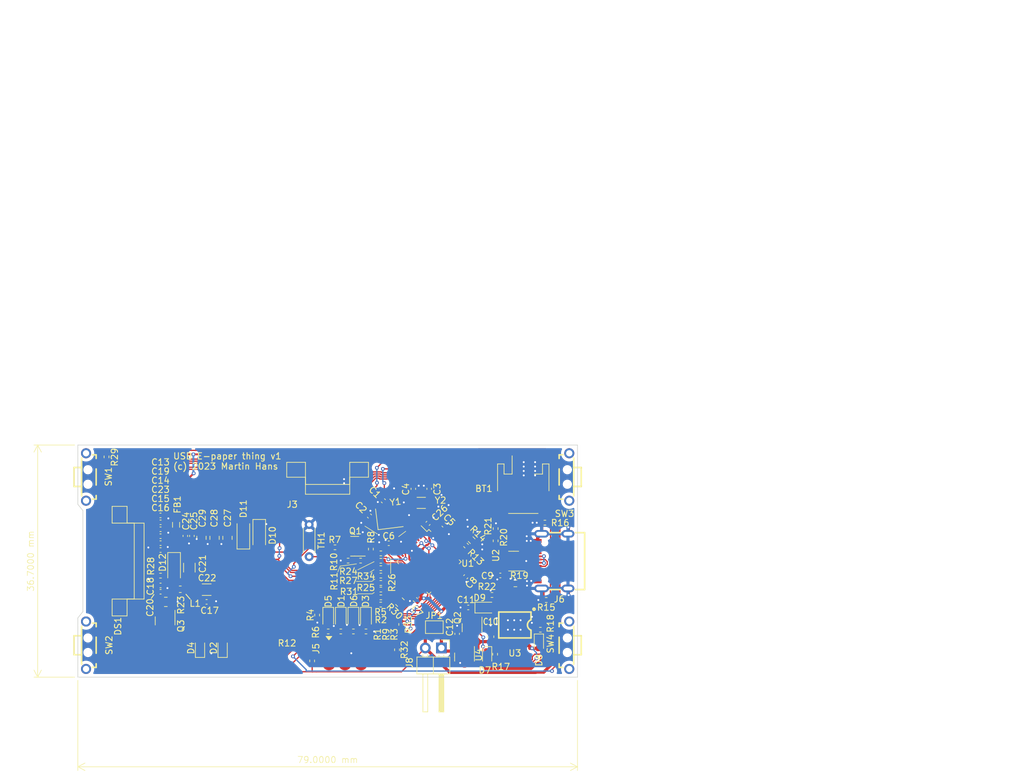
<source format=kicad_pcb>
(kicad_pcb (version 20221018) (generator pcbnew)
  (layers (0 "F.Cu" signal) (31 "B.Cu" signal) (34 "B.Paste" user) (35 "F.Paste" user) (36 "B.SilkS" user "B.Silkscreen") (37 "F.SilkS" user "F.Silkscreen") (38 "B.Mask" user) (39 "F.Mask" user) (44 "Edge.Cuts" user))
  (net 0 "")
  (net 1 "Net-(U1-PH0)")
  (net 2 "GND")
  (net 3 "Net-(U1-PH1)")
  (net 4 "Net-(U1-PC14)")
  (net 5 "Net-(U1-PC15)")
  (net 6 "+3V0")
  (net 7 "/VBUS")
  (net 8 "Net-(D9-K)")
  (net 9 "Net-(J8-Pin_1)")
  (net 10 "/E-Ink display/VCOM")
  (net 11 "/E-Ink display/VSL")
  (net 12 "/E-Ink display/VSH")
  (net 14 "/E-Ink display/VDD")
  (net 15 "/E-Ink display/VCI")
  (net 16 "/E-Ink display/VGH")
  (net 17 "/E-Ink display/PREVGL")
  (net 18 "/BUSY")
  (net 19 "/~{RES}")
  (net 20 "/D{slash}~{C}")
  (net 21 "/E-Ink display/VGL")
  (net 22 "Net-(D12-A)")
  (net 23 "Net-(D10-A)")
  (net 24 "/E-Ink display/PREVGH")
  (net 25 "/WAKEUP")
  (net 26 "+BATT")
  (net 27 "/BUTTON0")
  (net 28 "Net-(D2-A)")
  (net 29 "Net-(D4-A)")
  (net 30 "/E-Ink display/GDR")
  (net 31 "/E-Ink display/RESE")
  (net 32 "/E-Ink display/TSCL")
  (net 33 "Net-(D7-K)")
  (net 34 "Net-(D8-K)")
  (net 35 "/SCLK")
  (net 36 "/MOSI")
  (net 37 "/E-Ink display/TSDA")
  (net 38 "/E-Ink display/VPP")
  (net 39 "/PB7")
  (net 40 "/PB8")
  (net 41 "/BUTTON1")
  (net 42 "/BUTTON2")
  (net 43 "/BUTTON3")
  (net 45 "/SERIAL_TX")
  (net 46 "/LED0")
  (net 47 "/SERIAL_RX")
  (net 48 "/SWDCLK")
  (net 49 "/SWDIO")
  (net 50 "/LED1")
  (net 51 "/NRST")
  (net 52 "/Power/CC1")
  (net 54 "/Power/CC2")
  (net 56 "Net-(U3-~{STDBY})")
  (net 57 "Net-(U3-~{CHRG})")
  (net 58 "Net-(U3-PROG)")
  (net 59 "Net-(U3-TEMP)")
  (net 60 "/VBAT_MEAS")
  (net 61 "Net-(Q1-G)")
  (net 62 "Net-(Q1-D)")
  (net 63 "/VBAT_MEAS_EN")
  (net 64 "/VBUS_PRESENT")
  (net 65 "/Power/USB_IN_D+")
  (net 66 "/Power/USB_IN_D-")
  (net 67 "/USB_D-")
  (net 68 "/USB_D+")
  (net 69 "Net-(U1-PA5)")
  (net 70 "Net-(U1-PA4)")
  (net 71 "Net-(U1-PA7)")
  (net 72 "Net-(U1-PA3)")
  (net 73 "/BUSY_DBG")
  (net 74 "Net-(R29-Pad2)")
  (net 75 "Net-(D1-K)")
  (net 76 "Net-(U1-PA6)")
  (net 77 "Net-(U1-PA13)")
  (net 78 "Net-(U1-PA14)")
  (net 81 "/PB5")
  (net 82 "/PB6")
  (net 83 "/~{CS}")
  (net 87 "/E-Ink display/VCC")
  (net 89 "Net-(U1-PB0)")
  (footprint "Resistor_SMD:R_0402_1005Metric" (layer "F.Cu") (at 147.91 118.3 180)
    (fp_text reference "R24")
    (fp_text value "33")
  )
  (footprint "Resistor_SMD:R_0402_1005Metric" (layer "F.Cu") (at 147.91 117.13 180)
    (fp_text reference "R26")
    (fp_text value "33")
  )
  (footprint "Resistor_SMD:R_0402_1005Metric" (layer "F.Cu") (at 144.71 118.275)
    (fp_text reference "R11")
    (fp_text value "10")
  )
  (footprint "local:KEY-TH_K2-1112SW-AXXW-XX" (layer "F.Cu") (at 176.9 105.05)
    (fp_text reference "SW3")
    (fp_text value "BUTTON2")
  )
  (footprint "Resistor_SMD:R_0402_1005Metric" (layer "F.Cu") (at 145.56 129.47)
    (fp_text reference "R3")
    (fp_text value "10k")
  )
  (footprint "Resistor_SMD:R_0402_1005Metric" (layer "F.Cu") (at 174.06 124.5 180)
    (fp_text reference "R15")
    (fp_text value "5k1")
  )
  (footprint "Capacitor_SMD:C_0402_1005Metric" (layer "F.Cu") (at 157.9 112.64 -45)
    (fp_text reference "C5")
    (fp_text value "100n")
  )
  (footprint "Capacitor_SMD:C_0402_1005Metric" (layer "F.Cu") (at 113.08 116.6)
    (fp_text reference "C16")
    (fp_text value "1u/25V")
  )
  (footprint "Capacitor_SMD:C_0402_1005Metric" (layer "F.Cu") (at 149.16 115.53 180)
    (fp_text reference "C6")
    (fp_text value "100n")
  )
  (footprint "Resistor_THT:R_Axial_DIN0204_L3.6mm_D1.6mm_P5.08mm_Horizontal" (layer "F.Cu") (at 136.576 112.57 -90)
    (fp_text reference "TH1")
    (fp_text value "Thermistor_NTC")
  )
  (footprint "Diode_SMD:D_SOD-123" (layer "F.Cu") (at 126.175 114.08 90)
    (fp_text reference "D11")
    (fp_text value "B5819W")
  )
  (footprint "Capacitor_SMD:C_0402_1005Metric" (layer "F.Cu") (at 146.11 111.22 135)
    (fp_text reference "C2")
    (fp_text value "20pF")
  )
  (footprint "Package_QFP:LQFP-48_7x7mm_P0.5mm" (layer "F.Cu") (at 155.51 118.46 -45)
    (fp_text reference "U1")
    (fp_text value "STM32L151C8TxA")
  )
  (footprint "Capacitor_SMD:C_0402_1005Metric" (layer "F.Cu") (at 118.04 114.37 -90)
    (fp_text reference "C25")
    (fp_text value "100n")
  )
  (footprint "local:Spring_loaded_connector_land_pattern_02x03" (layer "F.Cu") (at 137.16 133.35 -90)
    (fp_text reference "J5")
    (fp_text value "SWD")
  )
  (footprint "Crystal:Crystal_SMD_3215-2Pin_3.2x1.5mm" (layer "F.Cu") (at 154.3 109.139411 180)
    (fp_text reference "Y2")
    (fp_text value "32.768 kHz")
  )
  (footprint "Capacitor_SMD:C_0402_1005Metric" (layer "F.Cu") (at 153.37 124.45 135)
    (fp_text reference "C7")
    (fp_text value "100n")
  )
  (footprint "local:ESOP-8_L4.9-W3.9-P1.27-LS6.0-BL-EP" (layer "F.Cu") (at 169.1 128.45 180)
    (fp_text reference "U3")
    (fp_text value "TP4056")
  )
  (footprint "Resistor_SMD:R_0603_1608Metric" (layer "F.Cu") (at 162.27 115.04 -45)
    (fp_text reference "R14")
    (fp_text value "82k")
  )
  (footprint "LED_SMD:LED_0603_1608Metric" (layer "F.Cu") (at 172.9 131.36 -90)
    (fp_text reference "D8")
    (fp_text value "RED")
  )
  (footprint "Package_TO_SOT_SMD:SOT-23" (layer "F.Cu") (at 143.7725 116 180)
    (fp_text reference "Q1")
    (fp_text value "AO3400A")
  )
  (footprint "local:KEY-TH_K2-1112SW-AXXW-XX" (layer "F.Cu") (at 176.9 131.65)
    (fp_text reference "SW4")
    (fp_text value "BUTTON3")
  )
  (footprint "Resistor_SMD:R_0402_1005Metric" (layer "F.Cu") (at 161.38 115.89 135)
    (fp_text reference "R13")
    (fp_text value "33k")
  )
  (footprint "Package_TO_SOT_SMD:SOT-23" (layer "F.Cu") (at 161.14 133.52 -90)
    (fp_text reference "U4")
    (fp_text value "ME6216 3V0")
  )
  (footprint "Diode_SMD:D_SOD-323" (layer "F.Cu") (at 143.57 127.27 -90)
    (fp_text reference "D6")
    (fp_text value "1N5819WS")
  )
  (footprint "Capacitor_SMD:C_0402_1005Metric" (layer "F.Cu") (at 159.97 129.85 90)
    (fp_text reference "C12")
    (fp_text value "1u")
  )
  (footprint "Resistor_SMD:R_0402_1005Metric" (layer "F.Cu") (at 147.91 120.64 180)
    (fp_text reference "R27")
    (fp_text value "33")
  )
  (footprint "Resistor_SMD:R_0402_1005Metric" (layer "F.Cu") (at 147.91 124.08 180)
    (fp_text reference "R5")
    (fp_text value "50")
  )
  (footprint "Capacitor_SMD:C_0402_1005Metric" (layer "F.Cu") (at 153.05 106.92 90)
    (fp_text reference "C4")
    (fp_text value "12p")
  )
  (footprint "Resistor_SMD:R_0805_2012Metric" (layer "F.Cu") (at 113.9125 124.8 180)
    (fp_text reference "R23")
    (fp_text value "4.7")
  )
  (footprint "Resistor_SMD:R_0402_1005Metric" (layer "F.Cu") (at 165.98 133.07 -90)
    (fp_text reference "R17")
    (fp_text value "1k")
  )
  (footprint "Resistor_SMD:R_0402_1005Metric" (layer "F.Cu") (at 104.54 101.87 90)
    (fp_text reference "R29")
    (fp_text value "0R")
  )
  (footprint "local:FPC_14" (layer "F.Cu") (at 139.49 104.6 180)
    (fp_text reference "J3")
    (fp_text value "EXTRA2")
  )
  (footprint "Resistor_SMD:R_0402_1005Metric" (layer "F.Cu") (at 139.59 129.47)
    (fp_text reference "R6")
    (fp_text value "10k")
  )
  (footprint "Capacitor_SMD:C_0402_1005Metric" (layer "F.Cu") (at 117 114.37 -90)
    (fp_text reference "C24")
    (fp_text value "1u/6V")
  )
  (footprint "Capacitor_SMD:C_0402_1005Metric" (layer "F.Cu") (at 155.55 106.92 90)
    (fp_text reference "C3")
    (fp_text value "12p")
  )
  (footprint "Resistor_SMD:R_0402_1005Metric" (layer "F.Cu") (at 113.08 120.65)
    (fp_text reference "R28")
    (fp_text value "33")
  )
  (footprint "Capacitor_SMD:C_0402_1005Metric" (layer "F.Cu") (at 161.73 125.68 180)
    (fp_text reference "C11")
    (fp_text value "1u")
  )
  (footprint "local:KEY-TH_K2-1112SW-AXXW-XX" (layer "F.Cu") (at 102.1 105.05 180)
    (fp_text reference "SW1")
    (fp_text value "BUTTON0")
  )
  (footprint "Capacitor_SMD:C_0402_1005Metric" (layer "F.Cu") (at 113.08 123.2)
    (fp_text reference "C20")
    (fp_text value "1u/25V")
  )
  (footprint "Resistor_SMD:R_0402_1005Metric" (layer "F.Cu") (at 173.85 112.27 180)
    (fp_text reference "R16")
    (fp_text value "5k1")
  )
  (footprint "Jumper:SolderJumper-2_P1.3mm_Bridged2Bar_Pad1.0x1.5mm" (layer "F.Cu") (at 156.37 128.79 180)
    (fp_text reference "JP1")
    (fp_text value "SolderJumper_2_Bridged")
  )
  (footprint "Resistor_SMD:R_0402_1005Metric" (layer "F.Cu") (at 137.05 134.13 90)
    (fp_text reference "R12")
    (fp_text value "10k")
  )
  (footprint "Capacitor_SMD:C_0805_2012Metric" (layer "F.Cu") (at 119.55 114.67 -90)
    (fp_text reference "C29")
    (fp_text value "47u/6V")
  )
  (footprint "Capacitor_SMD:C_0402_1005Metric" (layer "F.Cu") (at 155.369411 112.380589 45)
    (fp_text reference "C26")
    (fp_text value "100n")
  )
  (footprint "Capacitor_SMD:C_0402_1005Metric" (layer "F.Cu") (at 113.08 115.506)
    (fp_text reference "C15")
    (fp_text value "1u/25V")
  )
  (footprint "Resistor_SMD:R_0402_1005Metric" (layer "F.Cu") (at 147.91 121.81 180)
    (fp_text reference "R25")
    (fp_text value "33")
  )
  (footprint "local:KEY-TH_K2-1112SW-AXXW-XX" (layer "F.Cu") (at 102.1 131.65 180)
    (fp_text reference "SW2")
    (fp_text value "BUTTON1")
  )
  (footprint "Resistor_SMD:R_0402_1005Metric" (layer "F.Cu") (at 166.06 115.15 90)
    (fp_text reference "R20")
    (fp_text value "5k1")
  )
  (footprint "Resistor_SMD:R_0402_1005Metric" (layer "F.Cu") (at 142.735 118.275)
    (fp_text reference "R10")
    (fp_text value "10k")
  )
  (footprint "Resistor_SMD:R_0402_1005Metric" (layer "F.Cu") (at 165.48 123.71 180)
    (fp_text reference "R22")
    (fp_text value "100k")
  )
  (footprint "Resistor_SMD:R_0402_1005Metric" (layer "F.Cu") (at 140.66 116.17)
    (fp_text reference "R7")
    (fp_text value "10k")
  )
  (footprint "Capacitor_SMD:C_1206_3216Metric" (layer "F.Cu") (at 117.64 119.385 90)
    (fp_text reference "C21")
    (fp_text value "4.7u/50V")
  )
  (footprint "Resistor_SMD:R_0402_1005Metric" (layer "F.Cu") (at 150.47 132.37 -90)
    (fp_text reference "R32")
    (fp_text value "33")
  )
  (footprint "Resistor_SMD:R_0402_1005Metric" (layer "F.Cu") (at 151.13 128.36 -90)
    (fp_text reference "R33")
    (fp_text value "33")
  )
  (footprint "LED_SMD:LED_0603_1608Metric" (layer "F.Cu") (at 164.71 133.36 -90)
    (fp_text reference "D7")
    (fp_text value "GREEN")
  )
  (footprint "Capacitor_SMD:C_0603_1608Metric" (layer "F.Cu") (at 165.26 130.305 90)
    (fp_text reference "C10")
    (fp_text value "10u")
  )
  (footprint "local:USB-C-SMD_G-SWITCH_GT-USB-7010ASV" (layer "F.Cu") (at 175.1 118.35 90)
    (fp_text reference "J6")
    (fp_text value "USB 2.0 right angle")
  )
  (footprint "Resistor_SMD:R_0402_1005Metric" (layer "F.Cu") (at 141.58 129.47)
    (fp_text reference "R1")
    (fp_text value "10k")
  )
  (footprint "Capacitor_SMD:C_0805_2012Metric" (layer "F.Cu") (at 121.62 114.67 -90)
    (fp_text reference "C28")
    (fp_text value "47u/6V")
  )
  (footprint "Capacitor_SMD:C_0402_1005Metric" (layer "F.Cu") (at 113.07 111.13)
    (fp_text reference "C13")
    (fp_text value "1u/6V")
  )
  (footprint "Resistor_SMD:R_0402_1005Metric" (layer "F.Cu") (at 147.89 125.23 180)
    (fp_text reference "R2")
    (fp_text value "33")
  )
  (footprint "Package_TO_SOT_SMD:SOT-23" (layer "F.Cu") (at 113.8 127.8 -90)
    (fp_text reference "Q3")
    (fp_text value "AO3400A")
  )
  (footprint "Diode_SMD:D_SOD-323" (layer "F.Cu") (at 141.58 127.27 -90)
    (fp_text reference "D1")
    (fp_text value "1N5819WS")
  )
  (footprint "Resistor_SMD:R_0402_1005Metric" (layer "F.Cu") (at 166.06 113.21 90)
    (fp_text reference "R21")
    (fp_text value "100k")
  )
  (footprint "Resistor_SMD:R_0402_1005Metric" (layer "F.Cu") (at 173.13 129.2)
    (fp_text reference "R18")
    (fp_text value "1k")
  )
  (footprint "Capacitor_SMD:C_0402_1005Metric" (layer "F.Cu") (at 113.08 113.318)
    (fp_text reference "C14")
    (fp_text value "1u/25V")
  )
  (footprint "Connector_PinHeader_2.54mm:PinHeader_1x02_P2.54mm_Horizontal" (layer "F.Cu") (at 157.48 132.08 -90)
    (fp_text reference "J8")
    (fp_text value "POWER_MEASUREMENT")
  )
  (footprint "Resistor_SMD:R_0805_2012Metric" (layer "F.Cu") (at 150.93 124.84 -45)
    (fp_text reference "R30")
    (fp_text value "0R")
  )
  (footprint "Inductor_SMD:L_0603_1608Metric" (layer "F.Cu") (at 116.2 122.8)
    (fp_text reference "L1")
    (fp_text value "47uH")
  )
  (footprint "Diode_SMD:D_SOD-323" (layer "F.Cu") (at 139.59 127.27 -90)
    (fp_text reference "D5")
    (fp_text value "1N5819WS")
  )
  (footprint "Resistor_SMD:R_0603_1608Metric" (layer "F.Cu") (at 169.18 121.88 180)
    (fp_text reference "R19")
    (fp_text value "18k")
  )
  (footprint "Diode_SMD:D_SOD-123" (layer "F.Cu") (at 128.685 114.125 -90)
    (fp_text reference "D10")
    (fp_text value "B5819W")
  )
  (footprint "Capacitor_SMD:C_0402_1005Metric" (layer "F.Cu") (at 113.08 112.224)
    (fp_text reference "C19")
    (fp_text value "1u/25V")
  )
  (footprint "Resistor_SMD:R_0402_1005Metric" (layer "F.Cu") (at 143.57 129.47)
    (fp_text reference "R9")
    (fp_text value "10k")
  )
  (footprint "Package_TO_SOT_SMD:SOT-23-6" (layer "F.Cu") (at 168.9025 118.35 180)
    (fp_text reference "U2")
    (fp_text value "USBLC6-2SC6")
  )
  (footprint "LED_SMD:LED_0603_1608Metric" (layer "F.Cu") (at 122.895 132.0875 90)
    (fp_text reference "D2")
    (fp_text value "BLUE")
  )
  (footprint "Capacitor_SMD:C_0402_1005Metric" (layer "F.Cu") (at 161.330589 120.829411 -135)
    (fp_text reference "C8")
    (fp_text value "1u")
  )
  (footprint "Capacitor_SMD:C_0402_1005Metric" (layer "F.Cu") (at 148.31 108.82 135)
    (fp_text reference "C1")
    (fp_text value "20pF")
  )
  (footprint "local:CONN_FPC_24_AFC24-S24FIA-00" (layer "F.Cu") (at 107.4 118.35 -90)
    (fp_text reference "DS1")
    (fp_text value "E-PAPER")
  )
  (footprint "Inductor_SMD:L_0805_2012Metric" (layer "F.Cu") (at 115.54 112.6125 90)
    (fp_text reference "FB1")
    (fp_text value "FerriteBead")
  )
  (footprint "Diode_SMD:D_SOD-323" (layer "F.Cu") (at 145.56 127.27 -90)
    (fp_text reference "D3")
    (fp_text value "1N5819WS")
  )
  (footprint "Capacitor_SMD:C_0402_1005Metric" (layer "F.Cu") (at 120.36 124.8)
    (fp_text reference "C17")
    (fp_text value "1u/25V")
  )
  (footprint "Capacitor_SMD:C_0402_1005Metric" (layer "F.Cu") (at 113.08 122.2)
    (fp_text reference "C18")
    (fp_text value "1u/25V")
  )
  (footprint "Capacitor_SMD:C_0805_2012Metric" (layer "F.Cu") (at 123.66 114.67 -90)
    (fp_text reference "C27")
    (fp_text value "47u/6V")
  )
  (footprint "Connector_JST:JST_PH_S2B-PH-SM4-TB_1x02-1MP_P2.00mm_Horizontal" (layer "F.Cu") (at 170.43 106.3)
    (fp_text reference "BT1")
    (fp_text value "Battery_Cell")
  )
  (footprint "Diode_SMD:D_SOD-123" (layer "F.Cu") (at 115.22 119.36 -90)
    (fp_text reference "D12")
    (fp_text value "B5819W")
  )
  (footprint "Resistor_SMD:R_0402_1005Metric" (layer "F.Cu") (at 147.91 122.85 180)
    (fp_text reference "R31")
    (fp_text value "0R")
  )
  (footprint "Package_TO_SOT_SMD:SOT-23" (layer "F.Cu") (at 162.330709 128.879 -90)
    (fp_text reference "Q2")
    (fp_text value "AO3401A")
  )
  (footprint "Capacitor_SMD:C_1206_3216Metric" (layer "F.Cu") (at 120.37 122.86)
    (fp_text reference "C22")
    (fp_text value "10u/50V")
  )
  (footprint "Diode_SMD:D_SOD-323" (layer "F.Cu") (at 164.4 125.7)
    (fp_text reference "D9")
    (fp_text value "1N5819WS")
  )
  (footprint "Resistor_SMD:R_0402_1005Metric" (layer "F.Cu") (at 147.91 119.47 180)
    (fp_text reference "R34")
    (fp_text value "33")
  )
  (footprint "Resistor_SMD:R_0402_1005Metric" (layer "F.Cu") (at 137.84 126.88 -90)
    (fp_text reference "R4")
    (fp_text value "10k")
  )
  (footprint "LED_SMD:LED_0603_1608Metric" (layer "F.Cu") (at 119.32 132.0875 90)
    (fp_text reference "D4")
    (fp_text value "YELLOW")
  )
  (footprint "Crystal:Crystal_SMD_3225-4Pin_3.2x2.5mm" (layer "F.Cu") (at 149.26 111.5 7)
    (fp_text reference "Y1")
    (fp_text value "12 MHz")
  )
  (footprint "Capacitor_SMD:C_0402_1005Metric" (layer "F.Cu") (at 113.08 114.412)
    (fp_text reference "C23")
    (fp_text value "1u/25V")
  )
  (footprint "Resistor_SMD:R_0402_1005Metric" (layer "F.Cu") (at 146.335 116.45 90)
    (fp_text reference "R8")
    (fp_text value "10k")
  )
  (footprint "Capacitor_SMD:C_0402_1005Metric" (layer "F.Cu") (at 166.8 120.62 180)
    (fp_text reference "C9")
    (fp_text value "100n")
  )
  (gr_line (start 144.06 118.79) (end 141.48 119.14) (stroke (width 0.1)) (layer "F.SilkS"))
  (gr_line (start 146.55 123.52) (end 146.87 123.31) (stroke (width 0.1)) (layer "F.SilkS"))
  (gr_line (start 144.25 119.73) (end 146.84 118.44) (stroke (width 0.1)) (layer "F.SilkS"))
  (gr_line (start 117.1 123.6) (end 117.75 124.35) (stroke (width 0.15)) (layer "F.SilkS"))
  (gr_line (start 144.28 123.52) (end 146.55 123.52) (stroke (width 0.1)) (layer "F.SilkS"))
  (gr_line (start 146.19 120.12) (end 146.83 119.71) (stroke (width 0.1)) (layer "F.SilkS"))
  (gr_line (start 144.03 121.55) (end 146.48 121.55) (stroke (width 0.1)) (layer "F.SilkS"))
  (gr_line (start 146.48 121.55) (end 146.98 121.19) (stroke (width 0.1)) (layer "F.SilkS"))
  (gr_line (start 149.47 117.95) (end 148.94 117.39) (stroke (width 0.1)) (layer "F.SilkS"))
  (gr_line (start 111.62 124.24) (end 112.035 123.63) (stroke (width 0.15)) (layer "F.SilkS"))
  (gr_line (start 141.48 119.14) (end 141.11 120.06) (stroke (width 0.1)) (layer "F.SilkS"))
  (gr_line (start 145.39 112.825) (end 147.35 114.055) (stroke (width 0.1)) (layer "F.SilkS"))
  (gr_line (start 149.47 120.32) (end 149.47 117.95) (stroke (width 0.1)) (layer "F.SilkS"))
  (gr_line (start 150.72 114.48) (end 151.85 113.63) (stroke (width 0.1)) (layer "F.SilkS"))
  (gr_line locked (start 100 100) (end 100 109.37) (stroke (width 0.1)) (layer "Edge.Cuts"))
  (gr_line locked (start 100 136.7) (end 100 127.34) (stroke (width 0.1)) (layer "Edge.Cuts"))
  (gr_line locked (start 179 100) (end 179 136.7) (stroke (width 0.1)) (layer "Edge.Cuts"))
  (gr_line locked (start 100.8 126.34) (end 100 127.34) (stroke (width 0.1)) (layer "Edge.Cuts"))
  (gr_line locked (start 100.8 110.36) (end 100 109.37) (stroke (width 0.1)) (layer "Edge.Cuts"))
  (gr_line locked (start 100 136.7) (end 179 136.7) (stroke (width 0.1)) (layer "Edge.Cuts"))
  (gr_line locked (start 100.8 110.36) (end 100.8 126.34) (stroke (width 0.1)) (layer "Edge.Cuts"))
  (gr_line locked (start 179 100) (end 100 100) (stroke (width 0.1)) (layer "Edge.Cuts"))
  (gr_text "USB E-paper thing v1\n(c) 2023 Martin Hans" (at 114.99 103.95) (layer "F.SilkS") (effects (font (size 1 1)) (justify left bottom)))
  (dimension (type aligned) (layer "F.SilkS") (pts (xy 100 100) (xy 100 136.7)) (height 6.343999) (gr_text "36,7000 mm" (at 92.556001 118.35 90) (layer "F.SilkS") (effects (font (size 1 1) (thickness 0.1)))) (format (prefix "") (suffix "") (units 3) (units_format 1) (precision 4)) (style (thickness 0.1) (arrow_length 1.27) (text_position_mode 0) (extension_height 0.58642) (extension_offset 0.5) keep_text_aligned))
  (dimension (type aligned) (layer "F.SilkS") (pts (xy 100 136.7) (xy 179 136.7)) (height 14.169999) (gr_text "79,0000 mm" (at 139.5 149.769999) (layer "F.SilkS") (effects (font (size 1 1) (thickness 0.1)))) (format (prefix "") (suffix "") (units 3) (units_format 1) (precision 4)) (style (thickness 0.1) (arrow_length 1.27) (text_position_mode 0) (extension_height 0.58642) (extension_offset 0.5) keep_text_aligned))
  (segment (start 148.885344 109.159411) (end 148.649411 109.159411) (width 0.2) (layer "F.Cu") (net 1))
  (segment (start 150.248212 110.522279) (end 148.885344 109.159411) (width 0.2) (layer "F.Cu") (net 1))
  (segment (start 151.46 113.34934) (end 151.46 111.590694) (width 0.2) (layer "F.Cu") (net 1))
  (segment (start 150.391585 110.522279) (end 150.248212 110.522279) (width 0.2) (layer "F.Cu") (net 1))
  (segment (start 151.46 111.590694) (end 150.391585 110.522279) (width 0.2) (layer "F.Cu") (net 1))
  (segment (start 153.096998 114.986338) (end 151.46 113.34934) (width 0.2) (layer "F.Cu") (net 1))
  (segment (start 117.58 114.85) (end 117.58 115.56) (width 0.3) (layer "F.Cu") (net 2))
  (segment (start 168.5 128.45) (end 168 127.95) (width 0.5) (layer "F.Cu") (net 2))
  (segment (start 157.923002 114.986338) (end 157.923002 114.832289) (width 0.2) (layer "F.Cu") (net 2))
  (segment (start 169.1 128.45) (end 169.1 128.4) (width 0.5) (layer "F.Cu") (net 2))
  (segment (start 166.32 120.62) (end 165.62 120.62) (width 0.5) (layer "F.Cu") (net 2))
  (segment (start 168.46 124.305) (end 168.46 125.54) (width 0.5) (layer "F.Cu") (net 2))
  (segment (start 173.55 122.855) (end 173.365 122.67) (width 0.5) (layer "F.Cu") (net 2))
  (segment (start 111.05 116.1) (end 111.15 116.2) (width 0.2) (layer "F.Cu") (net 2))
  (segment (start 166.33 128.45) (end 166.22 128.34) (width 0.5) (layer "F.Cu") (net 2))
  (segment (start 169.05 121.38) (end 168.355 121.38) (width 0.5) (layer "F.Cu") (net 2))
  (segment (start 170.97 114.42) (end 170.97 115.15) (width 0.5) (layer "F.Cu") (net 2))
  (segment (start 168.355 121.88) (end 168.55 121.88) (width 0.5) (layer "F.Cu") (net 2))
  (segment (start 147.958233 108.480589) (end 147.429411 109.009411) (width 0.5) (layer "F.Cu") (net 2))
  (segment (start 146.259411 110.179411) (end 146.869411 109.569411) (width 0.5) (layer "F.Cu") (net 2))
  (segment (start 113.56 113.86) (end 114.3 113.86) (width 0.2) (layer "F.Cu") (net 2))
  (segment (start 171.01 121.51) (end 171.01 122.22) (width 0.5) (layer "F.Cu") (net 2))
  (segment (start 171.69 127.05) (end 171.8 127.16) (width 0.5) (layer "F.Cu") (net 2))
  (segment (start 168 127.7) (end 167.75 127.7) (width 0.5) (layer "F.Cu") (net 2))
  (segment (start 109.7 116.1) (end 111.05 116.1) (width 0.2) (layer "F.Cu") (net 2))
  (segment (start 156.18911 114.59891) (end 156.18911 114.719401) (width 0.2) (layer "F.Cu") (net 2))
  (segment (start 141.525 118.275) (end 141.54 118.26) (width 0.2) (layer "F.Cu") (net 2))
  (segment (start 157.923002 114.832289) (end 158.66879 114.086501) (width 0.2) (layer "F.Cu") (net 2))
  (segment (start 170.5 104.1) (end 171.9 102.7) (width 0.5) (layer "F.Cu") (net 2))
  (segment (start 120.56 115.62) (end 121.62 115.62) (width 0.3) (layer "F.Cu") (net 2))
  (segment (start 159.97 129.37) (end 159.97 128.57) (width 0.2) (layer "F.Cu") (net 2))
  (segment (start 142.24 107) (end 142.24 106.168553) (width 0.3) (layer "F.Cu") (net 2))
  (segment (start 170.5 102.7) (end 170.5 103.4) (width 0.5) (layer "F.Cu") (net 2))
  (segment (start 152.036338 116.046998) (end 151.276006 115.286666) (width 0.2) (layer "F.Cu") (net 2))
  (segment (start 172.25 103.45) (end 172.3 103.4) (width 0.5) (layer "F.Cu") (net 2))
  (segment (start 170.5 102.7) (end 170.5 103) (width 0.5) (layer "F.Cu") (net 2))
  (segment (start 109.7 120.6) (end 110.56 120.6) (width 0.2) (layer "F.Cu") (net 2))
  (segment (start 113.55 111.13) (end 113.55 111.6) (width 0.2) (layer "F.Cu") (net 2))
  (segment (start 142.225 118.275) (end 141.525 118.275) (width 0.2) (layer "F.Cu") (net 2))
  (segment (start 145.770589 110.878233) (end 146.259411 110.389411) (width 0.5) (layer "F.Cu") (net 2))
  (segment (start 120.84 124.8) (end 121.76 124.8) (width 0.2) (layer "F.Cu") (net 2))
  (segment (start 121.62 115.62) (end 122.67 115.62) (width 0.3) (layer "F.Cu") (net 2))
  (segment (start 120.53 115.65) (end 120.56 115.62) (width 0.3) (layer "F.Cu") (net 2))
  (segment (start 113.55 111.6) (end 113.55 112.214) (width 0.2) (layer "F.Cu") (net 2))
  (segment (start 113.55 112.214) (end 113.56 112.224) (width 0.2) (layer "F.Cu") (net 2))
  (segment (start 154.157658 122.994322) (end 154.146856 122.994322) (width 0.2) (layer "F.Cu") (net 2))
  (segment (start 144.08 128.94) (end 144.55 128.47) (width 0.2) (layer "F.Cu") (net 2))
  (segment (start 172.3 102.7) (end 170.5 102.7) (width 0.5) (layer "F.Cu") (net 2))
  (segment (start 157.808609 112.979411) (end 156.862342 113.925678) (width 0.2) (layer "F.Cu") (net 2))
  (segment (start 172.3 104.8) (end 172.3 104.1) (width 0.5) (layer "F.Cu") (net 2))
  (segment (start 169.1 128.45) (end 168.5 128.45) (width 0.5) (layer "F.Cu") (net 2))
  (segment (start 119.385 132.94) (end 119.32 132.875) (width 0.2) (layer "F.Cu") (net 2))
  (segment (start 171.61 115.15) (end 170.99 115.15) (width 0.5) (layer "F.Cu") (net 2))
  (segment (start 171.72 121.54) (end 171.7 121.52) (width 0.5) (layer "F.Cu") (net 2))
  (segment (start 163.675363 115.793363) (end 163.754 115.872) (width 0.2) (layer "F.Cu") (net 2))
  (segment (start 170.97 115.15) (end 170.98 115.16) (width 0.5) (layer "F.Cu") (net 2))
  (segment (start 171.02 122.23) (end 171.02 122.2) (width 0.5) (layer "F.Cu") (net 2))
  (segment (start 168.355 121.185) (end 168.41 121.13) (width 0.5) (layer "F.Cu") (net 2))
  (segment (start 173.55 124.5) (end 172.81 124.5) (width 0.5) (layer "F.Cu") (net 2))
  (segment (start 148.06461 110.790392) (end 146.869411 109.595193) (width 0.5) (layer "F.Cu") (net 2))
  (segment (start 166.06 112.425019) (end 166.11 112.375019) (width 0.2) (layer "F.Cu") (net 2))
  (segment (start 113.56 113.86) (end 113.56 114.412) (width 0.2) (layer "F.Cu") (net 2))
  (segment (start 114.825 124.8) (end 115.767009 124.8) (width 0.2) (layer "F.Cu") (net 2))
  (segment (start 170 127.7) (end 170 127.5) (width 0.5) (layer "F.Cu") (net 2))
  (segment (start 168.355 121.38) (end 168.355 121.185) (width 0.5) (layer "F.Cu") (net 2))
  (segment (start 172.7 114.65) (end 173.32 114.03) (width 0.5) (layer "F.Cu") (net 2))
  (segment (start 160.991178 120.759198) (end 160.044322 119.812342) (width 0.3) (layer "F.Cu") (net 2))
  (segment (start 158.300589 112.979411) (end 158.423 112.857) (width 0.2) (layer "F.Cu") (net 2))
  (segment (start 167.57 127.52) (end 167.42 127.37) (width 0.5) (layer "F.Cu") (net 2))
  (segment (start 121.76 124.8) (end 121.86 124.7) (width 0.2) (layer "F.Cu") (net 2))
  (segment (start 152.719767 116.719767) (end 152.817764 116.719767) (width 0.2) (layer "F.Cu") (net 2))
  (segment (start 172.3 104.1) (end 172.3 103.4) (width 0.5) (layer "F.Cu") (net 2))
  (segment (start 169.8 127.7) (end 170 127.7) (width 0.5) (layer "F.Cu") (net 2))
  (segment (start 170.5 104.8) (end 172.3 104.8) (width 0.5) (layer "F.Cu") (net 2))
  (segment (start 173.34 112.27) (end 172.575292 112.27) (width 0.5) (layer "F.Cu") (net 2))
  (segment (start 168.41 121.13) (end 168.96 121.13) (width 0.5) (layer "F.Cu") (net 2))
  (segment (start 170.04 118.35) (end 170.89 118.35) (width 0.5) (layer "F.Cu") (net 2))
  (segment (start 171.75 121.54) (end 171.72 121.54) (width 0.5) (layer "F.Cu") (net 2))
  (segment (start 154.146856 122.994322) (end 153.030589 124.110589) (width 0.2) (layer "F.Cu") (net 2))
  (segment (start 122.67 115.62) (end 122.7 115.65) (width 0.3) (layer "F.Cu") (net 2))
  (segment (start 121.175 132.875) (end 121.11 132.94) (width 0.2) (layer "F.Cu") (net 2))
  (segment (start 122.73 115.62) (end 123.66 115.62) (width 0.3) (layer "F.Cu") (net 2))
  (segment (start 154.700589 106.43) (end 155.54 106.43) (width 0.5) (layer "F.Cu") (net 2))
  (segment (start 171.7 121.52) (end 171.02 121.52) (width 0.5) (layer "F.Cu") (net 2))
  (segment (start 117.58 114.85) (end 118.04 114.85) (width 0.3) (layer "F.Cu") (net 2))
  (segment (start 173.34 114.005) (end 173.365 114.03) (width 0.5) (layer "F.Cu") (net 2))
  (segment (start 153.030589 124.139411) (end 152.51 124.66) (width 0.2) (layer "F.Cu") (net 2))
  (segment (start 117 114.85) (end 117.58 114.85) (width 0.3) (layer "F.Cu") (net 2))
  (segment (start 143.08 132.92) (end 143.24 132.92) (width 0.2) (layer "F.Cu") (net 2))
  (segment (start 137.84 127.39) (end 137.84 128.04) (width 0.2) (layer "F.Cu") (net 2))
  (segment (start 170.5 104.38) (end 171.43 103.45) (width 0.5) (layer "F.Cu") (net 2))
  (segment (start 165.26 128.53) (end 165.270013 128.519987) (width 0.5) (layer "F.Cu") (net 2))
  (segment (start 142.09 128.9) (end 142.55 128.44) (width 0.2) (layer "F.Cu") (net 2))
  (segment (start 146.84 129.47) (end 146.85 129.48) (width 0.2) (layer "F.Cu") (net 2))
  (segment (start 148.680669 110.790392) (end 150.099885 112.209608) (width 0.5) (layer "F.Cu") (net 2))
  (segment (start 151.276006 115.286666) (end 151.102057 115.286666) (width 0.2) (layer "F.Cu") (net 2))
  (segment (start 118.04 114.85) (end 118.78 114.85) (width 0.3) (layer "F.Cu") (net 2))
  (segment (start 172.3 104.32) (end 171.43 103.45) (width 0.5) (layer "F.Cu") (net 2))
  (segment (start 165.26 129.53) (end 165.26 128.53) (width 0.5) (layer "F.Cu") (net 2))
  (segment (start 170.5 102.7) (end 171.6 102.7) (width 0.5) (layer "F.Cu") (net 2))
  (segment (start 152.046998 116.046998) (end 152.719767 116.719767) (width 0.2) (layer "F.Cu") (net 2))
  (segment (start 170 127.5) (end 170.45 127.05) (width 0.5) (layer "F.Cu") (net 2))
  (segment (start 164.97 123) (end 164.96 122.99) (width 0.5) (layer "F.Cu") (net 2))
  (segment (start 155.708822 112.021178) (end 156.25 111.48) (width 0.2) (layer "F.Cu") (net 2))
  (segment (start 177.565 122.67) (end 177.565 123.695) (width 0.5) (layer "F.Cu") (net 2))
  (segment (start 171.45 128.45) (end 171.79 128.11) (width 0.5) (layer "F.Cu") (net 2))
  (segment (start 177.565 114.03) (end 177.565 113.015) (width 0.5) (layer "F.Cu") (net 2))
  (segment (start 165.26 129.53) (end 168.02 129.53) (width 0.5) (layer "F.Cu") (net 2))
  (segment (start 170.5 104.8) (end 170.5 104.38) (width 0.5) (layer "F.Cu") (net 2))
  (segment (start 113.56 122.2) (end 113.56 122.57) (width 0.2) (layer "F.Cu") (net 2))
  (segment (start 169.1 128.4) (end 169.8 127.7) (width 0.5) (layer "F.Cu") (net 2))
  (segment (start 121.11 132.94) (end 119.385 132.94) (width 0.2) (layer "F.Cu") (net 2))
  (segment (start 168.96 121.13) (end 169.13 121.3) (width 0.5) (layer "F.Cu") (net 2))
  (segment (start 148.68 115.53) (end 148.68 115.04) (width 0.2) (layer "F.Cu") (net 2))
  (segment (start 150.099885 112.209608) (end 150.45539 112.209608) (width 0.5) (layer "F.Cu") (net 2))
  (segment (start 155.54 106.43) (end 155.55 106.44) (width 0.5) (layer "F.Cu") (net 2))
  (segment (start 171.64 115.15) (end 171.61 115.15) (width 0.5) (layer "F.Cu") (net 2))
  (segment (start 122.7 115.65) (end 122.73 115.62) (width 0.3) (layer "F.Cu") (net 2))
  (segment (start 142.24 106.168553) (end 142.100524 106.029077) (width 0.3) (layer "F.Cu") (net 2))
  (segment (start 170.89 118.35) (end 170.900026 118.339974) (width 0.5) (layer "F.Cu") (net 2))
  (segment (start 114.12 122.57) (end 114.17 122.62) (width 0.2) (layer "F.Cu") (net 2))
  (segment (start 113.55 111.6) (end 114.31 111.6) (width 0.2) (layer "F.Cu") (net 2))
  (segment (start 168.465 124.3) (end 168.46 124.305) (width 0.5) (layer "F.Cu") (net 2))
  (segment (start 168 127.95) (end 168 127.7) (width 0.5) (layer "F.Cu") (net 2))
  (segment (start 169.1 128.45) (end 171.45 128.45) (width 0.5) (layer "F.Cu") (net 2))
  (segment (start 148.06461 110.790392) (end 148.680669 110.790392) (width 0.5) (layer "F.Cu") (net 2))
  (segment (start 171.43 103.45) (end 172.25 103.45) (width 0.5) (layer "F.Cu") (net 2))
  (segment (start 165.62 120.62) (end 165.62 122.65) (width 0.5) (layer "F.Cu") (net 2))
  (segment (start 170.5 103.4) (end 171.38 103.4) (width 0.5) (layer "F.Cu") (net 2))
  (segment (start 172.3 104.8) (end 172.3 104.32) (width 0.5) (layer "F.Cu") (net 2))
  (segment (start 169.1 128.45) (end 166.33 128.45) (width 0.5) (layer "F.Cu") (net 2))
  (segment (start 170.45 127.05) (end 171.69 127.05) (width 0.5) (layer "F.Cu") (net 2))
  (segment (start 146.259411 110.389411) (end 146.259411 110.179411) (width 0.5) (layer "F.Cu") (net 2))
  (segment (start 160.991178 121.168822) (end 161.433 121.610644) (width 0.2) (layer "F.Cu") (net 2))
  (segment (start 161.25 125.68) (end 160.51 125.68) (width 0.5) (layer "F.Cu") (net 2))
  (segment (start 172.7 115.15) (end 172.7 114.65) (width 0.5) (layer "F.Cu") (net 2))
  (segment (start 167.75 127.7) (end 167.57 127.52) (width 0.5) (layer "F.Cu") (net 2))
  (segment (start 119.55 115.62) (end 120.5 115.62) (width 0.3) (layer "F.Cu") (net 2))
  (segment (start 113.56 122.57) (end 113.56 123.2) (width 0.2) (layer "F.Cu") (net 2))
  (segment (start 162.853363 115.623363) (end 163.865363 115.623363) (width 0.2) (layer "F.Cu") (net 2))
  (segment (start 146.869411 109.595193) (end 146.869411 109.569411) (width 0.5) (layer "F.Cu") (net 2))
  (segment (start 113.56 122.57) (end 114.12 122.57) (width 0.2) (layer "F.Cu") (net 2))
  (segment (start 142.09 129.47) (end 142.09 128.9) (width 0.2) (layer "F.Cu") (net 2))
  (segment (start 171.2 102.7) (end 170.5 103.4) (width 0.5) (layer "F.Cu") (net 2))
  (segment (start 113.56 116.05) (end 114.144708 116.05) (width 0.2) (layer "F.Cu") (net 2))
  (segment (start 164.97 123.71) (end 164.97 123) (width 0.5) (layer "F.Cu") (net 2))
  (segment (start 170.99 115.15) (end 170.98 115.16) (width 0.5) (layer "F.Cu") (net 2))
  (segment (start 172.562646 112.282646) (end 171.9 112.282646) (width 0.5) (layer "F.Cu") (net 2))
  (segment (start 110.56 120.6) (end 111.18 121.22) (width 0.2) (layer "F.Cu") (net 2))
  (segment (start 172.3 103.4) (end 172.3 102.7) (width 0.5) (layer "F.Cu") (net 2))
  (segment (start 172.3 104.1) (end 171.2 104.1) (width 0.5) (layer "F.Cu") (net 2))
  (segment (start 129.785 112.475) (end 129.805 112.495) (width 0.3) (layer "F.Cu") (net 2))
  (segment (start 141.54 118.26) (end 141.57 118.26) (width 0.2) (layer "F.Cu") (net 2))
  (segment (start 140.1 129.47) (end 140.1 128.98) (width 0.2) (layer "F.Cu") (net 2))
  (segment (start 120.5 115.62) (end 120.53 115.65) (width 0.3) (layer "F.Cu") (net 2))
  (segment (start 168.355 121.88) (end 168.355 121.38) (width 0.5) (layer "F.Cu") (net 2))
  (segment (start 173.55 124.5) (end 173.55 122.855) (width 0.5) (layer "F.Cu") (net 2))
  (segment (start 142.100524 105.400524) (end 142.09 105.39) (width 0.3) (layer "F.Cu") (net 2))
  (segment (start 172.575292 112.27) (end 172.562646 112.282646) (width 0.5) (layer "F.Cu") (net 2))
  (segment (start 146.335 115.94) (end 146.335 115.295) (width 0.2) (layer "F.Cu") (net 2))
  (segment (start 168.02 129.53) (end 169.1 128.45) (width 0.5) (layer "F.Cu") (net 2))
  (segment (start 128.685 112.475) (end 129.785 112.475) (width 0.3) (layer "F.Cu") (net 2))
  (segment (start 167.42 127.37) (end 166.23 127.37) (width 0.5) (layer "F.Cu") (net 2))
  (segment (start 165.62 122.65) (end 165.27 123) (width 0.5) (layer "F.Cu") (net 2))
  (segment (start 153.05 106.44) (end 153.880589 106.44) (width 0.5) (layer "F.Cu") (net 2))
  (segment (start 153.880589 106.44) (end 153.890589 106.43) (width 0.5) (layer "F.Cu") (net 2))
  (segment (start 146.07 129.47) (end 146.84 129.47) (width 0.2) (layer "F.Cu") (net 2))
  (segment (start 171.61 115.06) (end 170.97 114.42) (width 0.5) (layer "F.Cu") (net 2))
  (segment (start 168.465 124.3) (end 168.465 121.99) (width 0.5) (layer "F.Cu") (net 2))
  (segment (start 148.68 115.04) (end 148.66 115.02) (width 0.2) (layer "F.Cu") (net 2))
  (segment (start 122.895 132.875) (end 121.175 132.875) (width 0.2) (layer "F.Cu") (net 2))
  (segment (start 114.144708 116.05) (end 114.217354 116.122646) (width 0.2) (layer "F.Cu") (net 2))
  (segment (start 142.24 132.08) (end 143.08 132.92) (width 0.2) (layer "F.Cu") (net 2))
  (segment (start 153.030589 124.110589) (end 153.030589 124.139411) (width 0.2) (layer "F.Cu") (net 2))
  (segment (start 166.06 112.7) (end 166.06 112.425019) (width 0.2) (layer "F.Cu") (net 2))
  (segment (start 177.565 113.015) (end 177.55 113) (width 0.5) (layer "F.Cu") (net 2))
  (segment (start 140.1 128.98) (end 140.47 128.61) (width 0.2) (layer "F.Cu") (net 2))
  (segment (start 172.3 102.7) (end 171.2 102.7) (width 0.5) (layer "F.Cu") (net 2))
  (segment (start 173.34 112.27) (end 173.34 114.005) (width 0.5) (layer "F.Cu") (net 2))
  (segment (start 146.869411 109.569411) (end 147.429411 109.009411) (width 0.5) (layer "F.Cu") (net 2))
  (segment (start 137.84 128.04) (end 137.87 128.07) (width 0.2) (layer "F.Cu") (net 2))
  (segment (start 170.5 103) (end 172.3 104.8) (width 0.5) (layer "F.Cu") (net 2))
  (segment (start 169.13 121.3) (end 169.05 121.38) (width 0.5) (layer "F.Cu") (net 2))
  (segment (start 171.61 115.15) (end 171.61 115.06) (width 0.5) (layer "F.Cu") (net 2))
  (segment (start 171.9 102.7) (end 172.3 102.7) (width 0.5) (layer "F.Cu") (net 2))
  (segment (start 177.565 123.695) (end 177.6 123.73) (width 0.5) (layer "F.Cu") (net 2))
  (segment (start 171.6 102.7) (end 172.3 103.4) (width 0.5) (layer "F.Cu") (net 2))
  (segment (start 171.01 122.22) (end 171.02 122.23) (width 0.5) (layer "F.Cu") (net 2))
  (segment (start 115.767009 124.8) (end 115.787009 124.78) (width 0.2) (layer "F.Cu") (net 2))
  (segment (start 158.239411 112.979411) (end 157.808609 112.979411) (width 0.2) (layer "F.Cu") (net 2))
  (segment (start 160.4575 134.4575) (end 160.45 134.45) (width 0.5) (layer "F.Cu") (net 2))
  (segment (start 113.56 116.05) (end 113.56 116.6) (width 0.2) (layer "F.Cu") (net 2))
  (segment (start 171.38 103.4) (end 171.43 103.45) (width 0.5) (layer "F.Cu") (net 2))
  (segment (start 168.55 121.88) (end 169.13 121.3) (width 0.5) (layer "F.Cu") (net 2))
  (segment (start 172.765 121.55) (end 171.66 121.55) (width 0.5) (layer "F.Cu") (net 2))
  (segment (start 153.890589 106.43) (end 154.700589 106.43) (width 0.5) (layer "F.Cu") (net 2))
  (segment (start 113.56 115.506) (end 113.56 116.05) (width 0.2) (layer "F.Cu") (net 2))
  (segment (start 161.433 121.610644) (end 161.433 121.63) (width 0.2) (layer "F.Cu") (net 2))
  (segment (start 168.465 121.99) (end 168.355 121.88) (width 0.5) (layer "F.Cu") (net 2))
  (segment (start 171.02 122.2) (end 171.7 121.52) (width 0.5) (layer "F.Cu") (net 2))
  (segment (start 166.32 120.62) (end 166.32 121.25) (width 0.5) (layer "F.Cu") (net 2))
  (segment (start 171.2 104.1) (end 170.5 104.8) (width 0.5) (layer "F.Cu") (net 2))
  (segment (start 118.78 114.85) (end 118.79 114.86) (width 0.3) (layer "F.Cu") (net 2))
  (segment (start 121.845 124.685) (end 121.86 124.7) (width 0.2) (layer "F.Cu") (net 2))
  (segment (start 155.708822 112.041178) (end 155.708822 112.021178) (width 0.2) (layer "F.Cu") (net 2))
  (segment (start 152.036338 116.046998) (end 152.046998 116.046998) (width 0.2) (layer "F.Cu") (net 2))
  (segment (start 160.991178 121.168822) (end 160.991178 120.759198) (width 0.3) (layer "F.Cu") (net 2))
  (segment (start 118.79 114.86) (end 119.55 115.62) (width 0.3) (layer "F.Cu") (net 2))
  (segment (start 156.862342 113.925678) (end 156.18911 114.59891) (width 0.2) (layer "F.Cu") (net 2))
  (segment (start 161.14 134.4575) (end 160.4575 134.4575) (width 0.5) (layer "F.Cu") (net 2))
  (segment (start 142.100524 106.029077) (end 142.100524 105.400524) (width 0.3) (layer "F.Cu") (net 2))
  (segment (start 172.765 115.15) (end 171.64 115.15) (width 0.5) (layer "F.Cu") (net 2))
  (segment (start 121.845 122.8) (end 121.845 124.685) (width 0.2) (layer "F.Cu") (net 2))
  (segment (start 158.423 112.857) (end 158.423 112.433248) (width 0.2) (layer "F.Cu") (net 2))
  (segment (start 170.5 103.4) (end 170.5 104.1) (width 0.5) (layer "F.Cu") (net 2))
  (segment (start 146.335 115.295) (end 146.34 115.29) (width 0.2) (layer "F.Cu") (net 2))
  (segment (start 144.08 129.47) (end 144.08 128.94) (width 0.2) (layer "F.Cu") (net 2))
  (segment (start 158.239411 112.979411) (end 158.300589 112.979411) (width 0.2) (layer "F.Cu") (net 2))
  (segment (start 113.56 113.318) (end 113.56 113.86) (width 0.2) (layer "F.Cu") (net 2))
  (via (at 158.423 112.433248) (size 0.6) (drill 0.3) (layers "F.Cu" "B.Cu") (net 2))
  (via (at 122.7 115.65) (size 0.6) (drill 0.3) (layers "F.Cu" "B.Cu") (net 2))
  (via (at 171.02 122.23) (size 0.6) (drill 0.3) (layers "F.Cu" "B.Cu") (net 2))
  (via (at 140.47 128.61) (size 0.6) (drill 0.3) (layers "F.Cu" "B.Cu") (net 2))
  (via (at 171.8 127.16) (size 0.6) (drill 0.3) (layers "F.Cu" "B.Cu") (net 2))
  (via (at 156.25 111.48) (size 0.6) (drill 0.3) (layers "F.Cu" "B.Cu") (net 2))
  (via (at 163.16 113.7) (size 0.6) (drill 0.3) (layers "F.Cu" "B.Cu") (net 2))
  (via (at 117.58 115.56) (size 0.6) (drill 0.3) (layers "F.Cu" "B.Cu") (net 2))
  (via (at 152.51 124.66) (size 0.6) (drill 0.3) (layers "F.Cu" "B.Cu") (net 2))
  (via (at 114.3 113.86) (size 0.6) (drill 0.3) (layers "F.Cu" "B.Cu") (net 2))
  (via (at 158.66879 114.086501) (size 0.6) (drill 0.3) (layers "F.Cu" "B.Cu") (net 2))
  (via (at 160.45 134.45) (size 0.6) (drill 0.3) (layers "F.Cu" "B.Cu") (net 2))
  (via (at 115.787009 124.78) (size 0.6) (drill 0.3) (layers "F.Cu" "B.Cu") (net 2))
  (via (at 111.15 116.2) (size 0.6) (drill 0.3) (layers "F.Cu" "B.Cu") (net 2))
  (via (at 142.09 105.39) (size 0.6) (drill 0.3) (layers "F.Cu" "B.Cu") (net 2))
  (via (at 171.01 121.51) (size 0.6) (drill 0.3) (layers "F.Cu" "B.Cu") (net 2))
  (via (at 170 129.2) (size 0.6) (drill 0.3) (layers "F.Cu" "B.Cu") (net 2))
  (via (at 172.3 104.1) (size 0.6) (drill 0.3) (layers "F.Cu" "B.Cu") (net 2))
  (via (at 114.17 122.62) (size 0.6) (drill 0.3) (layers "F.Cu" "B.Cu") (net 2))
  (via (at 142.100524 106.029077) (size 0.6) (drill 0.3) (layers "F.Cu" "B.Cu") (net 2))
  (via (at 147.65 115.38) (size 0.6) (drill 0.3) (layers "F.Cu" "B.Cu") (net 2))
  (via (at 166.22 128.34) (size 0.6) (drill 0.3) (layers "F.Cu" "B.Cu") (net 2))
  (via (at 158.62 109.49) (size 0.6) (drill 0.3) (layers "F.Cu" "B.Cu") (net 2))
  (via (at 144.81 112.3) (size 0.6) (drill 0.3) (layers "F.Cu" "B.Cu") (net 2))
  (via (at 154.700589 106.43) (size 0.6) (drill 0.3) (layers "F.Cu" "B.Cu") (net 2))
  (via (at 163.94 116.51) (size 0.6) (drill 0.3) (layers "F.Cu" "B.Cu") (net 2))
  (via (at 141.57 118.26) (size 0.6) (drill 0.3) (layers "F.Cu" "B.Cu") (net 2))
  (via (at 171.69 121.48) (size 0.6) (drill 0.3) (layers "F.Cu" "B.Cu") (net 2))
  (via (at 150 106.85) (size 0.6) (drill 0.3) (layers "F.Cu" "B.Cu") (net 2))
  (via (at 145.05 113.78) (size 0.6) (drill 0.3) (layers "F.Cu" "B.Cu") (net 2))
  (via (at 160.51 125.68) (size 0.6) (drill 0.3) (layers "F.Cu" "B.Cu") (net 2))
  (via (at 170.5 104.8) (size 0.6) (drill 0.3) (layers "F.Cu" "B.Cu") (net 2))
  (via (at 148.66 115.02) (size 0.6) (drill 0.3) (layers "F.Cu" "B.Cu") (net 2))
  (via (at 169 129.2) (size 0.6) (drill 0.3) (layers "F.Cu" "B.Cu") (net 2))
  (via (at 146.34 115.29) (size 0.6) (drill 0.3) (layers "F.Cu" "B.Cu") (net 2))
  (via (at 177.55 113) (size 0.6) (drill 0.3) (layers "F.Cu" "B.Cu") (net 2))
  (via (at 169.13 121.3) (size 0.6) (drill 0.3) (layers "F.Cu" "B.Cu") (net 2))
  (via (at 171.79 128.11) (size 0.6) (drill 0.3) (layers "F.Cu" "B.Cu") (net 2))
  (via (at 165.62 120.62) (size 0.6) (drill 0.3) (layers "F.Cu" "B.Cu") (net 2))
  (via (at 170.97 114.42) (size 0.6) (drill 0.3) (layers "F.Cu" "B.Cu") (net 2))
  (via (at 156.18911 114.719401) (size 0.6) (drill 0.3) (layers "F.Cu" "B.Cu") (net 2))
  (via (at 172.3 102.7) (size 0.6) (drill 0.3) (layers "F.Cu" "B.Cu") (net 2))
  (via (at 120.53 115.65) (size 0.6) (drill 0.3) (layers "F.Cu" "B.Cu") (net 2))
  (via (at 159.97 128.57) (size 0.6) (drill 0.3) (layers "F.Cu" "B.Cu") (net 2))
  (via (at 168 127.7) (size 0.6) (drill 0.3) (layers "F.Cu" "B.Cu") (net 2))
  (via (at 172.81 124.5) (size 0.6) (drill 0.3) (layers "F.Cu" "B.Cu") (net 2))
  (via (at 170.5 104.1) (size 0.6) (drill 0.3) (layers "F.Cu" "B.Cu") (net 2))
  (via (at 171.61 115.15) (size 0.6) (drill 0.3) (layers "F.Cu" "B.Cu") (net 2))
  (via (at 157.5 107.89) (size 0.6) (drill 0.3) (layers "F.Cu" "B.Cu") (net 2))
  (via (at 165.270013 128.519987) (size 0.6) (drill 0.3) (layers "F.Cu" "B.Cu") (net 2))
  (via (at 146.259411 110.389411) (size 0.6) (drill 0.3) (layers "F.Cu" "B.Cu") (net 2))
  (via (at 170.5 103.4) (size 0.6) (drill 0.3) (layers "F.Cu" "B.Cu") (net 2))
  (via (at 166.11 112.375019) (size 0.6) (drill 0.3) (layers "F.Cu" "B.Cu") (net 2))
  (via (at 165.27 123) (size 0.6) (drill 0.3) (layers "F.Cu" "B.Cu") (net 2))
  (via (at 121.86 124.7) (size 0.6) (drill 0.3) (layers "F.Cu" "B.Cu") (net 2))
  (via (at 111.18 121.22) (size 0.6) (drill 0.3) (layers "F.Cu" "B.Cu") (net 2))
  (via (at 163.944 115.702) (size 0.6) (drill 0.3) (layers "F.Cu" "B.Cu") (net 2))
  (via (at 172.562646 112.282646) (size 0.6) (drill 0.3) (layers "F.Cu" "B.Cu") (net 2))
  (via (at 170.98 115.16) (size 0.6) (drill 0.3) (layers "F.Cu" "B.Cu") (net 2))
  (via (at 166.23 127.37) (size 0.6) (drill 0.3) (layers "F.Cu" "B.Cu") (net 2))
  (via (at 166.32 121.25) (size 0.6) (drill 0.3) (layers "F.Cu" "B.Cu") (net 2))
  (via (at 147.6 114.2) (size 0.6) (drill 0.3) (layers "F.Cu" "B.Cu") (net 2))
  (via (at 170 127.7) (size 0.6) (drill 0.3) (layers "F.Cu" "B.Cu") (net 2))
  (via (at 171.9 112.282646) (size 0.6) (drill 0.3) (layers "F.Cu" "B.Cu") (net 2))
  (via (at 157.01 109.73) (size 0.6) (drill 0.3) (layers "F.Cu" "B.Cu") (net 2))
  (via (at 177.6 123.73) (size 0.6) (drill 0.3) (layers "F.Cu" "B.Cu") (net 2))
  (via (at 161.433 121.63) (size 0.6) (drill 0.3) (layers "F.Cu" "B.Cu") (net 2))
  (via (at 170.900026 118.339974) (size 0.6) (drill 0.3) (layers "F.Cu" "B.Cu") (net 2))
  (via (at 168 129.2) (size 0.6) (drill 0.3) (layers "F.Cu" "B.Cu") (net 2))
  (via (at 161.65 112.91) (size 0.6) (drill 0.3) (layers "F.Cu" "B.Cu") (net 2))
  (via (at 170.5 102.7) (size 0.6) (drill 0.3) (layers "F.Cu" "B.Cu") (net 2))
  (via (at 172.3 103.4) (size 0.6) (drill 0.3) (layers "F.Cu" "B.Cu") (net 2))
  (via (at 172.3 104.8) (size 0.6) (drill 0.3) (layers "F.Cu" "B.Cu") (net 2))
  (via (at 121.11 132.94) (size 0.6) (drill 0.3) (layers "F.Cu" "B.Cu") (net 2))
  (via (at 129.805 112.495) (size 0.6) (drill 0.3) (layers "F.Cu" "B.Cu") (net 2))
  (via (at 169 127.7) (size 0.6) (drill 0.3) (layers "F.Cu" "B.Cu") (net 2))
  (via (at 152.37 111.08) (size 0.6) (drill 0.3) (layers "F.Cu" "B.Cu") (net 2))
  (via (at 114.31 111.6) (size 0.6) (drill 0.3) (layers "F.Cu" "B.Cu") (net 2))
  (via (at 151.54 109.07) (size 0.6) (drill 0.3) (layers "F.Cu" "B.Cu") (net 2))
  (via (at 152.817764 116.719767) (size 0.6) (drill 0.3) (layers "F.Cu" "B.Cu") (net 2))
  (via (at 118.79 114.86) (size 0.6) (drill 0.3) (layers "F.Cu" "B.Cu") (net 2))
  (via (at 114.217354 116.122646) (size 0.6) (drill 0.3) (layers "F.Cu" "B.Cu") (net 2))
  (via (at 147.429411 109.009411) (size 0.6) (drill 0.3) (layers "F.Cu" "B.Cu") (net 2))
  (via (at 137.87 128.07) (size 0.6) (drill 0.3) (layers "F.Cu" "B.Cu") (net 2))
  (via (at 151.102057 115.286666) (size 0.6) (drill 0.3) (layers "F.Cu" "B.Cu") (net 2))
  (via (at 146.85 129.48) (size 0.6) (drill 0.3) (layers "F.Cu" "B.Cu") (net 2))
  (via (at 153.890589 106.43) (size 0.6) (drill 0.3) (layers "F.Cu" "B.Cu") (net 2))
  (via (at 144.55 128.47) (size 0.6) (drill 0.3) (layers "F.Cu" "B.Cu") (net 2))
  (via (at 168.41 121.13) (size 0.6) (drill 0.3) (layers "F.Cu" "B.Cu") (net 2))
  (via (at 143.24 132.92) (size 0.6) (drill 0.3) (layers "F.Cu" "B.Cu") (net 2))
  (via (at 142.55 128.44) (size 0.6) (drill 0.3) (layers "F.Cu" "B.Cu") (net 2))
  (via (at 161.58 111.83) (size 0.6) (drill 0.3) (layers "F.Cu" "B.Cu") (net 2))
  (segment (start 149.38729 113.593223) (end 148.271788 112.477721) (width 0.2) (layer "F.Cu") (net 3))
  (segment (start 147.367721 112.477721) (end 146.449411 111.559411) (width 0.2) (layer "F.Cu") (net 3))
  (segment (start 152.743445 115.339891) (end 150.996777 113.593223) (width 0.2) (layer "F.Cu") (net 3))
  (segment (start 148.271788 112.477721) (end 147.367721 112.477721) (width 0.2) (layer "F.Cu") (net 3))
  (segment (start 150.996777 113.593223) (end 149.38729 113.593223) (width 0.2) (layer "F.Cu") (net 3))
  (segment (start 155.530589 109.139411) (end 154.47 110.2) (width 0.25) (layer "F.Cu") (net 4))
  (segment (start 153.307697 113.782823) (end 153.804105 114.279231) (width 0.25) (layer "F.Cu") (net 4))
  (segment (start 154.47 110.2) (end 154.47 111.02) (width 0.25) (layer "F.Cu") (net 4))
  (segment (start 154.47 111.02) (end 153.307697 112.182303) (width 0.25) (layer "F.Cu") (net 4))
  (segment (start 155.55 109.139411) (end 155.530589 109.139411) (width 0.25) (layer "F.Cu") (net 4))
  (segment (start 155.55 109.139411) (end 155.55 107.4) (width 0.25) (layer "F.Cu") (net 4))
  (segment (start 153.307697 112.182303) (end 153.307697 113.782823) (width 0.25) (layer "F.Cu") (net 4))
  (segment (start 152.859167 112.097675) (end 154.08 110.876842) (width 0.25) (layer "F.Cu") (net 5))
  (segment (start 152.859167 114.041401) (end 152.859167 112.097675) (width 0.25) (layer "F.Cu") (net 5))
  (segment (start 154.08 110.169411) (end 153.05 109.139411) (width 0.25) (layer "F.Cu") (net 5))
  (segment (start 153.450551 114.632785) (end 152.859167 114.041401) (width 0.25) (layer "F.Cu") (net 5))
  (segment (start 154.08 110.876842) (end 154.08 110.169411) (width 0.25) (layer "F.Cu") (net 5))
  (segment (start 153.05 109.139411) (end 153.05 107.4) (width 0.25) (layer "F.Cu") (net 5))
  (segment (start 155.55 113.572124) (end 155.55 114.843998) (width 0.3) (layer "F.Cu") (net 6))
  (segment (start 153.709411 124.789411) (end 154.252888 124.245934) (width 0.5) (layer "F.Cu") (net 6))
  (segment (start 176.1 110.75) (end 176.1 107.15) (width 0.5) (layer "F.Cu") (net 6))
  (segment (start 176.1 107.15) (end 174 105.05) (width 0.5) (layer "F.Cu") (net 6))
  (segment (start 157.560589 112.520323) (end 156.508788 113.572124) (width 0.2) (layer "F.Cu") (net 6))
  (segment (start 163.694 101.404) (end 146.166 101.404) (width 0.5) (layer "F.Cu") (net 6))
  (segment (start 137.71 135.847) (end 151.173 135.847) (width 0.2) (layer "F.Cu") (net 6))
  (segment (start 121.726842 101.47) (end 118.27 101.47) (width 0.3) (layer "F.Cu") (net 6))
  (segment (start 137.754312 132.08) (end 136.503 133.331312) (width 0.2) (layer "F.Cu") (net 6))
  (segment (start 154.94 132.08) (end 158.81 135.95) (width 0.5) (layer "F.Cu") (net 6))
  (segment (start 155.06 122.799088) (end 154.511212 123.347876) (width 0.2) (layer "F.Cu") (net 6))
  (segment (start 152.4 117.117766) (end 152.4 118.05) (width 0.3) (layer "F.Cu") (net 6))
  (segment (start 175.123 133.169576) (end 176.1 132.192576) (width 0.5) (layer "F.Cu") (net 6))
  (segment (start 154.511212 113.572124) (end 155.55 113.572124) (width 0.3) (layer "F.Cu") (net 6))
  (segment (start 161.67 120.49) (end 161.429088 120.49) (width 0.2) (layer "F.Cu") (net 6))
  (segment (start 161.429088 120.49) (end 160.397876 119.458788) (width 0.3) (layer "F.Cu") (net 6))
  (segment (start 158.81 135.95) (end 166.61827 135.95) (width 0.5) (layer "F.Cu") (net 6))
  (segment (start 135.071261 135.84) (end 137.093 135.84) (width 0.2) (layer "F.Cu") (net 6))
  (segment (start 154.252888 124.245934) (end 154.700002 124.245934) (width 0.5) (layer "F.Cu") (net 6))
  (segment (start 176.171 123.85) (end 176.171 110.821) (width 0.3) (layer "F.Cu") (net 6))
  (segment (start 151.682785 116.400551) (end 151.508835 116.400551) (width 0.2) (layer "F.Cu") (net 6))
  (segment (start 155.55 113.572124) (end 156.508788 113.572124) (width 0.3) (layer "F.Cu") (net 6))
  (segment (start 155.72 128.04) (end 159.611102 124.148898) (width 0.5) (layer "F.Cu") (net 6))
  (segment (start 154.94 132.08) (end 154.94 129.57) (width 0.5) (layer "F.Cu") (net 6))
  (segment (start 159.611102 124.148898) (end 160.141102 124.148898) (width 0.5) (layer "F.Cu") (net 6))
  (segment (start 142.74 103.046) (end 144.27 101.516) (width 0.3) (layer "F.Cu") (net 6))
  (segment (start 151.682785 116.400551) (end 152.152722 116.870488) (width 0.2) (layer "F.Cu") (net 6))
  (segment (start 149.87 115.76) (end 149.64 115.53) (width 0.2) (layer "F.Cu") (net 6))
  (segment (start 144.27 101.31) (end 121.886842 101.31) (width 0.3) (layer "F.Cu") (net 6))
  (segment (start 152.152722 116.870488) (end 152.4 117.117766) (width 0.3) (layer "F.Cu") (net 6))
  (segment (start 146.072 101.31) (end 146.166 101.404) (width 0.3) (layer "F.Cu") (net 6))
  (segment (start 151.508835 116.400551) (end 150.868284 115.76) (width 0.2) (layer "F.Cu") (net 6))
  (segment (start 102.8 133.8) (end 105.055 136.055) (width 0.2) (layer "F.Cu") (net 6))
  (segment (start 155.72 128.79) (end 155.72 128.04) (width 0.5) (layer "F.Cu") (net 6))
  (segment (start 134.856261 136.055) (end 135.071261 135.84) (width 0.2) (layer "F.Cu") (net 6))
  (segment (start 118.27 101.47) (end 105.94 101.47) (width 0.3) (layer "F.Cu") (net 6))
  (segment (start 115.54 111.55) (end 115.54 107.248) (width 0.3) (layer "F.Cu") (net 6))
  (segment (start 172.44 135.9) (end 173.67 135.9) (width 0.5) (layer "F.Cu") (net 6))
  (segment (start 154.252888 124.245934) (end 154.252888 123.644382) (width 0.5) (layer "F.Cu") (net 6))
  (segment (start 105.055 136.055) (end 134.856261 136.055) (width 0.2) (layer "F.Cu") (net 6))
  (segment (start 155.06 120.71) (end 155.06 122.799088) (width 0.2) (layer "F.Cu") (net 6))
  (segment (start 150.868284 115.76) (end 149.87 115.76) (width 0.2) (layer "F.Cu") (net 6))
  (segment (start 154.252888 123.644382) (end 154.530303 123.366967) (width 0.5) (layer "F.Cu") (net 6))
  (segment (start 176.1 129.55) (end 176.171 129.479) (width 0.5) (layer "F.Cu") (net 6))
  (segment (start 175.123 134.447) (end 175.123 133.169576) (width 0.5) (layer "F.Cu") (net 6))
  (segment (start 137.05 135.797) (end 137.1 135.847) (width 0.2) (layer "F.Cu") (net 6))
  (segment (start 121.886842 101.31) (end 121.726842 101.47) (width 0.3) (layer "F.Cu") (net 6))
  (segment (start 154.511212 113.238788) (end 155.03 112.72) (width 0.3) (layer "F.Cu") (net 6))
  (segment (start 174 105.05) (end 174 103.376362) (width 0.5) (layer "F.Cu") (net 6))
  (segment (start 153.83 119.48) (end 155.06 120.71) (width 0.3) (layer "F.Cu") (net 6))
  (segment (start 137.093 135.84) (end 137.1 135.847) (width 0.2) (layer "F.Cu") (net 6))
  (segment (start 176.171 129.479) (end 176.171 123.85) (width 0.5) (layer "F.Cu") (net 6))
  (segment (start 102.9 102.95) (end 103.98 101.87) (width 0.2) (layer "F.Cu") (net 6))
  (segment (start 166.61827 135.95) (end 172.39 135.95) (width 0.5) (layer "F.Cu") (net 6))
  (segment (start 155.279002 115.807) (end 155.119397 115.807) (width 0.3) (layer "F.Cu") (net 6))
  (segment (start 155.657 115.429002) (end 155.279002 115.807) (width 0.3) (layer "F.Cu") (net 6))
  (segment (start 136.503 134.093) (end 137.05 134.64) (width 0.2) (layer "F.Cu") (net 6))
  (segment (start 105.54 101.87) (end 105.94 101.47) (width 0.2) (layer "F.Cu") (net 6))
  (segment (start 155.657 114.950998) (end 155.657 115.429002) (width 0.3) (layer "F.Cu") (net 6))
  (segment (start 153.83 117.096397) (end 153.83 119.48) (width 0.3) (layer "F.Cu") (net 6))
  (segment (start 173.67 135.9) (end 175.123 134.447) (width 0.5) (layer "F.Cu") (net 6))
  (segment (start 103.98 101.87) (end 105.54 101.87) (width 0.2) (layer "F.Cu") (net 6))
  (segment (start 162.11 120.93) (end 161.67 120.49) (width 0.5) (layer "F.Cu") (net 6))
  (segment (start 154.94 129.57) (end 155.72 128.79) (width 0.5) (layer "F.Cu") (net 6))
  (segment (start 137.05 134.64) (end 137.05 135.797) (width 0.2) (layer "F.Cu") (net 6))
  (segment (start 144.27 101.516) (end 144.27 101.31) (width 0.3) (layer "F.Cu") (net 6))
  (segment (start 176.1 132.192576) (end 176.1 129.55) (width 0.5) (layer "F.Cu") (net 6))
  (segment (start 172.39 135.95) (end 172.44 135.9) (width 0.3) (layer "F.Cu") (net 6))
  (segment (start 160.141102 124.148898) (end 162.11 122.18) (width 0.5) (layer "F.Cu") (net 6))
  (segment (start 139.7 132.08) (end 137.754312 132.08) (width 0.2) (layer "F.Cu") (net 6))
  (segment (start 144.27 101.31) (end 146.072 101.31) (width 0.3) (layer "F.Cu") (net 6))
  (segment (start 137.1 135.847) (end 137.71 135.847) (width 0.2) (layer "F.Cu") (net 6))
  (segment (start 155.119397 115.807) (end 153.83 117.096397) (width 0.3) (layer "F.Cu") (net 6))
  (segment (start 152.4 118.05) (end 153.83 119.48) (width 0.3) (layer "F.Cu") (net 6))
  (segment (start 136.503 133.331312) (end 136.503 134.093) (width 0.2) (layer "F.Cu") (net 6))
  (segment (start 176.171 110.821) (end 176.1 110.75) (width 0.3) (layer "F.Cu") (net 6))
  (segment (start 157.560589 112.300589) (end 157.560589 112.520323) (width 0.2) (layer "F.Cu") (net 6))
  (segment (start 151.173 135.847) (end 154.94 132.08) (width 0.2) (layer "F.Cu") (net 6))
  (segment (start 154.511212 113.572124) (end 154.511212 113.238788) (width 0.3) (layer "F.Cu") (net 6))
  (segment (start 115.54 107.248) (end 118.32 104.468) (width 0.3) (layer "F.Cu") (net 6))
  (segment (start 142.74 107) (end 142.74 103.046) (width 0.3) (layer "F.Cu") (net 6))
  (segment (start 155.55 114.843998) (end 155.657 114.950998) (width 0.3) (layer "F.Cu") (net 6))
  (segment (start 174 103.376362) (end 171.946638 101.323) (width 0.5) (layer "F.Cu") (net 6))
  (segment (start 162.11 122.18) (end 162.11 120.93) (width 0.5) (layer "F.Cu") (net 6))
  (segment (start 171.946638 101.323) (end 163.775 101.323) (width 0.5) (layer "F.Cu") (net 6))
  (segment (start 163.775 101.323) (end 163.694 101.404) (width 0.5) (layer "F.Cu") (net 6))
  (via (at 118.27 101.47) (size 0.6) (drill 0.3) (layers "F.Cu" "B.Cu") (net 6))
  (via (at 118.32 104.468) (size 0.6) (drill 0.3) (layers "F.Cu" "B.Cu") (net 6))
  (via (at 154.700002 124.245934) (size 0.6) (drill 0.3) (layers "F.Cu" "B.Cu") (net 6))
  (via (at 157.47 126.29) (size 0.6) (drill 0.3) (layers "F.Cu" "B.Cu") (net 6))
  (segment (start 155.425934 124.245934) (end 154.700002 124.245934) (width 0.5) (layer "B.Cu") (net 6))
  (segment (start 118.27 101.47) (end 118.27 104.418) (width 0.3) (layer "B.Cu") (net 6))
  (segment (start 118.27 104.418) (end 118.32 104.468) (width 0.3) (layer "B.Cu") (net 6))
  (segment (start 157.47 126.29) (end 155.425934 124.245934) (width 0.5) (layer "B.Cu") (net 6))
  (segment (start 166.85 124.3) (end 165.45 125.7) (width 0.5) (layer "F.Cu") (net 7))
  (segment (start 167.19 124.305) (end 167.19 125.54) (width 0.5) (layer "F.Cu") (net 7))
  (segment (start 168.91 117.122209) (end 168.91 117.83) (width 0.5) (layer "F.Cu") (net 7))
  (segment (start 167.788629 120.62) (end 167.28 120.62) (width 0.5) (layer "F.Cu") (net 7))
  (segment (start 167.28 124.215) (end 167.195 124.3) (width 0.5) (layer "F.Cu") (net 7))
  (segment (start 168.128629 120.28) (end 167.788629 120.62) (width 0.5) (layer "F.Cu") (net 7))
  (segment (start 168.81 119.477791) (end 168.81 118.77) (width 0.5) (layer "F.Cu") (net 7))
  (segment (start 164.780624 117.52) (end 166.05 116.250624) (width 0.2) (layer "F.Cu") (net 7))
  (segment (start 171.4675 131.8175) (end 171.01 131.36) (width 0.5) (layer "F.Cu") (net 7))
  (segment (start 166.05 116.250624) (end 166.06 116.240624) (width 0.2) (layer "F.Cu") (net 7))
  (segment (start 166.05 116.250624) (end 168.038415 116.250624) (width 0.2) (layer "F.Cu") (net 7))
  (segment (start 165.45 125.7) (end 165.45 125.772209) (width 0.5) (layer "F.Cu") (net 7))
  (segment (start 164.008 133.4455) (end 164.008 131.891074) (width 0.2) (layer "F.Cu") (net 7))
  (segment (start 171.81 132.1375) (end 171.4675 132.1375) (width 0.5) (layer "F.Cu") (net 7))
  (segment (start 165.45 125.772209) (end 163.280709 127.9415) (width 0.5) (layer "F.Cu") (net 7))
  (segment (start 167.28 124.215) (end 167.19 124.305) (width 0.5) (layer "F.Cu") (net 7))
  (segment (start 165.3985 134.836) (end 171.404 134.836) (width 0.2) (layer "F.Cu") (net 7))
  (segment (start 167.195 124.3) (end 166.85 124.3) (width 0.5) (layer "F.Cu") (net 7))
  (segment (start 168.39 118.35) (end 167.765 118.35) (width 0.5) (layer "F.Cu") (net 7))
  (segment (start 168.91 117.83) (end 168.39 118.35) (width 0.5) (layer "F.Cu") (net 7))
  (segment (start 163.280709 129.570709) (end 163.280709 127.9415) (width 0.2) (layer "F.Cu") (net 7))
  (segment (start 168.81 120.28) (end 168.128629 120.28) (width 0.5) (layer "F.Cu") (net 7))
  (segment (start 172.765 115.95) (end 170.082209 115.95) (width 0.5) (layer "F.Cu") (net 7))
  (segment (start 164.11 130.4) (end 163.280709 129.570709) (width 0.2) (layer "F.Cu") (net 7))
  (segment (start 170.082209 115.95) (end 168.91 117.122209) (width 0.5) (layer "F.Cu") (net 7))
  (segment (start 168.038415 116.250624) (end 168.91 117.122209) (width 0.2) (layer "F.Cu") (net 7))
  (segment (start 166.06 116.240624) (end 166.06 115.66) (width 0.2) (layer "F.Cu") (net 7))
  (segment (start 164.008 131.891074) (end 164.054648 131.844426) (width 0.2) (layer "F.Cu") (net 7))
  (segment (start 166.58 124.3) (end 165.99 123.71) (width 0.5) (layer "F.Cu") (net 7))
  (segment (start 168.81 119.477791) (end 168.81 120.28) (width 0.5) (layer "F.Cu") (net 7))
  (segment (start 171.4675 132.1375) (end 171.4675 131.8175) (width 0.5) (layer "F.Cu") (net 7))
  (segment (start 167.28 120.62) (end 167.28 124.215) (width 0.5) (layer "F.Cu") (net 7))
  (segment (start 164.71 134.1475) (end 165.3985 134.836) (width 0.2) (layer "F.Cu") (net 7))
  (segment (start 170.082209 120.75) (end 168.81 119.477791) (width 0.5) (layer "F.Cu") (net 7))
  (segment (start 172.59 132.1375) (end 171.81 132.1375) (width 0.5) (layer "F.Cu") (net 7))
  (segment (start 168.81 118.77) (end 168.39 118.35) (width 0.5) (layer "F.Cu") (net 7))
  (segment (start 171.404 134.836) (end 172.52 133.72) (width 0.2) (layer "F.Cu") (net 7))
  (segment (start 161.740624 116.250624) (end 161.740624 117.020624) (width 0.2) (layer "F.Cu") (net 7))
  (segment (start 164.71 134.1475) (end 164.008 133.4455) (width 0.2) (layer "F.Cu") (net 7))
  (segment (start 161.740624 117.020624) (end 162.24 117.52) (width 0.2) (layer "F.Cu") (net 7))
  (segment (start 162.24 117.52) (end 164.780624 117.52) (width 0.2) (layer "F.Cu") (net 7))
  (segment (start 167.195 124.3) (end 166.58 124.3) (width 0.5) (layer "F.Cu") (net 7))
  (segment (start 172.765 120.75) (end 170.082209 120.75) (width 0.5) (layer "F.Cu") (net 7))
  (via (at 171.81 132.1375) (size 0.6) (drill 0.3) (layers "F.Cu" "B.Cu") (net 7))
  (via (at 172.52 133.72) (size 0.6) (drill 0.3) (layers "F.Cu" "B.Cu") (net 7))
  (via (at 164.054648 131.844426) (size 0.6) (drill 0.3) (layers "F.Cu" "B.Cu") (net 7))
  (via (at 164.11 130.4) (size 0.6) (drill 0.3) (layers "F.Cu" "B.Cu") (net 7))
  (segment (start 172.52 132.8475) (end 171.81 132.1375) (width 0.2) (layer "B.Cu") (net 7))
  (segment (start 172.52 133.72) (end 172.52 132.8475) (width 0.2) (layer "B.Cu") (net 7))
  (segment (start 164.054648 130.455352) (end 164.11 130.4) (width 0.2) (layer "B.Cu") (net 7))
  (segment (start 164.054648 131.844426) (end 164.054648 130.455352) (width 0.2) (layer "B.Cu") (net 7))
  (segment (start 161.380709 127.9415) (end 161.380709 131.873209) (width 0.5) (layer "F.Cu") (net 8))
  (segment (start 163.35 125.7) (end 162.23 125.7) (width 0.5) (layer "F.Cu") (net 8))
  (segment (start 161.380709 131.873209) (end 162.09 132.5825) (width 0.5) (layer "F.Cu") (net 8))
  (segment (start 162.23 125.7) (end 162.21 125.68) (width 0.5) (layer "F.Cu") (net 8))
  (segment (start 162.21 125.99) (end 161.380709 126.819291) (width 0.5) (layer "F.Cu") (net 8))
  (segment (start 162.21 125.68) (end 162.21 125.99) (width 0.5) (layer "F.Cu") (net 8))
  (segment (start 161.380709 126.819291) (end 161.380709 127.9415) (width 0.5) (layer "F.Cu") (net 8))
  (segment (start 162.330709 125.800709) (end 162.21 125.68) (width 0.5) (layer "F.Cu") (net 8))
  (segment (start 157.48 129.25) (end 157.02 128.79) (width 0.5) (layer "F.Cu") (net 9))
  (segment (start 157.48 132.08) (end 157.48 129.25) (width 0.5) (layer "F.Cu") (net 9))
  (segment (start 157.9925 132.5925) (end 157.48 132.08) (width 0.5) (layer "F.Cu") (net 9))
  (segment (start 157.9825 132.5825) (end 157.48 132.08) (width 0.5) (layer "F.Cu") (net 9))
  (segment (start 159.97 132.3625) (end 160.19 132.5825) (width 0.5) (layer "F.Cu") (net 9))
  (segment (start 159.97 130.33) (end 159.97 132.3625) (width 0.5) (layer "F.Cu") (net 9))
  (segment (start 160.19 132.5825) (end 157.9825 132.5825) (width 0.5) (layer "F.Cu") (net 9))
  (segment (start 111.32 112.6) (end 109.7 112.6) (width 0.2) (layer "F.Cu") (net 10))
  (segment (start 112.59 111.13) (end 112.59 111.33) (width 0.2) (layer "F.Cu") (net 10))
  (segment (start 112.59 111.33) (end 111.32 112.6) (width 0.2) (layer "F.Cu") (net 10))
  (segment (start 112.318 113.6) (end 109.7 113.6) (width 0.2) (layer "F.Cu") (net 11))
  (segment (start 112.6 113.318) (end 112.318 113.6) (width 0.2) (layer "F.Cu") (net 11))
  (segment (start 112.6 115.506) (end 111.694 114.6) (width 0.2) (layer "F.Cu") (net 12))
  (segment (start 111.694 114.6) (end 109.7 114.6) (width 0.2) (layer "F.Cu") (net 12))
  (segment (start 111.6 115.6) (end 109.7 115.6) (width 0.2) (layer "F.Cu") (net 14))
  (segment (start 112.6 116.6) (end 111.6 115.6) (width 0.2) (layer "F.Cu") (net 14))
  (segment (start 118.895 123.815) (end 119.88 124.8) (width 0.2) (layer "F.Cu") (net 15))
  (segment (start 116.9875 122.8) (end 118.895 122.8) (width 0.2) (layer "F.Cu") (net 15))
  (segment (start 118.895 122.8) (end 118.895 123.815) (width 0.2) (layer "F.Cu") (net 15))
  (segment (start 109.7 122.1) (end 112.5 122.1) (width 0.2) (layer "F.Cu") (net 16))
  (segment (start 112.5 122.1) (end 112.6 122.2) (width 0.2) (layer "F.Cu") (net 16))
  (segment (start 111.724 113.1) (end 109.7 113.1) (width 0.2) (layer "F.Cu") (net 17))
  (segment (start 116.071 112.761) (end 116.402 112.43) (width 0.2) (layer "F.Cu") (net 17))
  (segment (start 113.137 112.761) (end 116.071 112.761) (width 0.2) (layer "F.Cu") (net 17))
  (segment (start 112.6 112.224) (end 111.724 113.1) (width 0.2) (layer "F.Cu") (net 17))
  (segment (start 112.6 112.224) (end 113.137 112.761) (width 0.2) (layer "F.Cu") (net 17))
  (segment (start 116.402 112.43) (end 126.175 112.43) (width 0.2) (layer "F.Cu") (net 17))
  (segment (start 116.807539 120.0945) (end 116.750039 120.152) (width 0.127) (layer "F.Cu") (net 18))
  (segment (start 114.608 120.152) (end 114.11 120.65) (width 0.127) (layer "F.Cu") (net 18))
  (segment (start 116.750039 120.152) (end 114.608 120.152) (width 0.127) (layer "F.Cu") (net 18))
  (segment (start 119.949582 121.52) (end 118.487582 120.058) (width 0.127) (layer "F.Cu") (net 18))
  (segment (start 118.487582 120.058) (end 118.451082 120.0945) (width 0.127) (layer "F.Cu") (net 18))
  (segment (start 119.949582 121.52) (end 122.495104 121.52) (width 0.2) (layer "F.Cu") (net 18))
  (segment (start 114.11 120.65) (end 113.59 120.65) (width 0.127) (layer "F.Cu") (net 18))
  (segment (start 118.451082 120.0945) (end 116.807539 120.0945) (width 0.127) (layer "F.Cu") (net 18))
  (segment (start 122.495104 121.52) (end 123.825104 122.85) (width 0.2) (layer "F.Cu") (net 18))
  (segment (start 123.825104 122.85) (end 147.4 122.85) (width 0.2) (layer "F.Cu") (net 18))
  (segment (start 120.32 120.57) (end 120.29 120.6) (width 0.2) (layer "F.Cu") (net 19))
  (segment (start 107.73 112.927344) (end 117.146344 103.511) (width 0.2) (layer "F.Cu") (net 19))
  (segment (start 117.146344 103.511) (end 122.306344 103.511) (width 0.2) (layer "F.Cu") (net 19))
  (segment (start 129.781 103.371) (end 133.41 107) (width 0.2) (layer "F.Cu") (net 19))
  (segment (start 112.360104 119.795) (end 112.293104 119.728) (width 0.2) (layer "F.Cu") (net 19))
  (segment (start 144.747372 121.91) (end 128.12 121.91) (width 0.2) (layer "F.Cu") (net 19))
  (segment (start 122.306344 103.511) (end 122.446344 103.371) (width 0.2) (layer "F.Cu") (net 19))
  (segment (start 116.644829 119.898) (end 113.25958 119.898) (width 0.127) (layer "F.Cu") (net 19))
  (segment (start 113.15658 119.795) (end 112.360104 119.795) (width 0.127) (layer "F.Cu") (net 19))
  (segment (start 119.43042 119.74042) (end 119.43042 119.738) (width 0.127) (layer "F.Cu") (net 19))
  (segment (start 116.702329 119.8405) (end 116.644829 119.898) (width 0.127) (layer "F.Cu") (net 19))
  (segment (start 118.25042 119.738) (end 118.14792 119.8405) (width 0.127) (layer "F.Cu") (net 19))
  (segment (start 147.4 121.81) (end 147.2905 121.9195) (width 0.2) (layer "F.Cu") (net 19))
  (segment (start 110.3 119.6) (end 109.7 119.6) (width 0.2) (layer "F.Cu") (net 19))
  (segment (start 107.73 118.371552) (end 107.73 112.927344) (width 0.2) (layer "F.Cu") (net 19))
  (segment (start 126.78 120.57) (end 120.32 120.57) (width 0.2) (layer "F.Cu") (net 19))
  (segment (start 128.12 121.91) (end 126.78 120.57) (width 0.2) (layer "F.Cu") (net 19))
  (segment (start 112.293104 119.728) (end 110.428 119.728) (width 0.2) (layer "F.Cu") (net 19))
  (segment (start 110.428 119.728) (end 110.3 119.6) (width 0.2) (layer "F.Cu") (net 19))
  (segment (start 122.446344 103.371) (end 129.781 103.371) (width 0.2) (layer "F.Cu") (net 19))
  (segment (start 109.7 119.6) (end 108.958448 119.6) (width 0.2) (layer "F.Cu") (net 19))
  (segment (start 118.14792 119.8405) (end 116.702329 119.8405) (width 0.127) (layer "F.Cu") (net 19))
  (segment (start 119.43042 119.738) (end 118.25042 119.738) (width 0.127) (layer "F.Cu") (net 19))
  (segment (start 147.2905 121.9195) (end 144.756872 121.9195) (width 0.2) (layer "F.Cu") (net 19))
  (segment (start 144.756872 121.9195) (end 144.747372 121.91) (width 0.127) (layer "F.Cu") (net 19))
  (segment (start 113.25958 119.898) (end 113.15658 119.795) (width 0.127) (layer "F.Cu") (net 19))
  (segment (start 120.29 120.6) (end 119.43042 119.74042) (width 0.127) (layer "F.Cu") (net 19))
  (segment (start 133.41 107) (end 136.24 107) (width 0.2) (layer "F.Cu") (net 19))
  (segment (start 108.958448 119.6) (end 107.73 118.371552) (width 0.2) (layer "F.Cu") (net 19))
  (segment (start 113.36479 119.644) (end 116.539619 119.644) (width 0.127) (layer "F.Cu") (net 20))
  (segment (start 128.178 103.768) (end 132.237 107.827) (width 0.2) (layer "F.Cu") (net 20))
  (segment (start 122.511792 103.768) (end 128.178 103.768) (width 0.2) (layer "F.Cu") (net 20))
  (segment (start 111.095709 119.401) (end 110.794709 119.1) (width 0.2) (layer "F.Cu") (net 20))
  (segment (start 109.7 119.1) (end 108.920896 119.1) (width 0.2) (layer "F.Cu") (net 20))
  (segment (start 113.18879 119.468) (end 113.36479 119.644) (width 0.127) (layer "F.Cu") (net 20))
  (segment (start 120.446 119.484) (end 120.48 119.45) (width 0.127) (layer "F.Cu") (net 20))
  (segment (start 116.539619 119.644) (end 116.597119 119.5865) (width 0.127) (layer "F.Cu") (net 20))
  (segment (start 112.495552 119.468) (end 112.428552 119.401) (width 0.2) (layer "F.Cu") (net 20))
  (segment (start 112.428552 119.401) (end 111.095709 119.401) (width 0.2) (layer "F.Cu") (net 20))
  (segment (start 118.04271 119.5865) (end 118.14521 119.484) (width 0.127) (layer "F.Cu") (net 20))
  (segment (start 131.418238 119.45) (end 120.48 119.45) (width 0.2) (layer "F.Cu") (net 20))
  (segment (start 136.713 107.827) (end 136.74 107.8) (width 0.2) (layer "F.Cu") (net 20))
  (segment (start 116.597119 119.5865) (end 118.04271 119.5865) (width 0.127) (layer "F.Cu") (net 20))
  (segment (start 133.36447 121.396232) (end 131.418238 119.45) (width 0.2) (layer "F.Cu") (net 20))
  (segment (start 122.441792 103.838) (end 122.511792 103.768) (width 0.2) (layer "F.Cu") (net 20))
  (segment (start 146.643768 121.396232) (end 133.36447 121.396232) (width 0.2) (layer "F.Cu") (net 20))
  (segment (start 136.74 107.8) (end 136.74 107) (width 0.2) (layer "F.Cu") (net 20))
  (segment (start 117.379344 103.838) (end 122.441792 103.838) (width 0.2) (layer "F.Cu") (net 20))
  (segment (start 147.4 120.64) (end 146.643768 121.396232) (width 0.2) (layer "F.Cu") (net 20))
  (segment (start 118.14521 119.484) (end 120.446 119.484) (width 0.127) (layer "F.Cu") (net 20))
  (segment (start 110.794709 119.1) (end 109.7 119.1) (width 0.2) (layer "F.Cu") (net 20))
  (segment (start 108.1 113.117344) (end 117.379344 103.838) (width 0.2) (layer "F.Cu") (net 20))
  (segment (start 132.237 107.827) (end 136.713 107.827) (width 0.2) (layer "F.Cu") (net 20))
  (segment (start 108.920896 119.1) (end 108.1 118.279104) (width 0.2) (layer "F.Cu") (net 20))
  (segment (start 108.1 118.279104) (end 108.1 113.117344) (width 0.2) (layer "F.Cu") (net 20))
  (segment (start 112.495552 119.468) (end 113.18879 119.468) (width 0.127) (layer "F.Cu") (net 20))
  (segment (start 109.7 122.6) (end 112 122.6) (width 0.2) (layer "F.Cu") (net 21))
  (segment (start 112 122.6) (end 112.6 123.2) (width 0.2) (layer "F.Cu") (net 21))
  (segment (start 116.323 123.7105) (end 115.4125 122.8) (width 0.2) (layer "F.Cu") (net 22))
  (segment (start 113.8 128.7375) (end 114.145659 128.7375) (width 0.2) (layer "F.Cu") (net 22))
  (segment (start 114.145659 128.7375) (end 116.323 126.560159) (width 0.2) (layer "F.Cu") (net 22))
  (segment (start 117.64 120.86) (end 115.37 120.86) (width 0.2) (layer "F.Cu") (net 22))
  (segment (start 115.37 120.86) (end 115.22 121.01) (width 0.2) (layer "F.Cu") (net 22))
  (segment (start 116.323 126.560159) (end 116.323 123.7105) (width 0.2) (layer "F.Cu") (net 22))
  (segment (start 115.22 121.01) (end 115.22 122.6075) (width 0.2) (layer "F.Cu") (net 22))
  (segment (start 115.22 122.6075) (end 115.4125 122.8) (width 0.2) (layer "F.Cu") (net 22))
  (segment (start 119.153 116.397) (end 117.64 117.91) (width 0.3) (layer "F.Cu") (net 23))
  (segment (start 128.64 115.73) (end 128.685 115.775) (width 0.3) (layer "F.Cu") (net 23))
  (segment (start 126.175 115.73) (end 125.508 116.397) (width 0.3) (layer "F.Cu") (net 23))
  (segment (start 126.175 115.73) (end 128.64 115.73) (width 0.3) (layer "F.Cu") (net 23))
  (segment (start 125.508 116.397) (end 119.153 116.397) (width 0.3) (layer "F.Cu") (net 23))
  (segment (start 125.9 115.73) (end 126.175 115.73) (width 0.3) (layer "F.Cu") (net 23))
  (segment (start 112.6 114.412) (end 112.288 114.1) (width 0.2) (layer "F.Cu") (net 24))
  (segment (start 115.22 116.933159) (end 115.163 116.876158) (width 0.2) (layer "F.Cu") (net 24))
  (segment (start 115.22 117.71) (end 115.22 116.933159) (width 0.2) (layer "F.Cu") (net 24))
  (segment (start 113.157 114.969) (end 112.6 114.412) (width 0.2) (layer "F.Cu") (net 24))
  (segment (start 113.852016 114.969) (end 113.157 114.969) (width 0.2) (layer "F.Cu") (net 24))
  (segment (start 115.163 116.876158) (end 115.163 116.279984) (width 0.2) (layer "F.Cu") (net 24))
  (segment (start 115.163 116.279984) (end 113.852016 114.969) (width 0.2) (layer "F.Cu") (net 24))
  (segment (start 112.288 114.1) (end 109.7 114.1) (width 0.2) (layer "F.Cu") (net 24))
  (segment (start 148.70253 125.777) (end 150.284765 124.194765) (width 0.2) (layer "F.Cu") (net 25))
  (segment (start 151.81 117.98) (end 151.81 117.234874) (width 0.2) (layer "F.Cu") (net 25))
  (segment (start 148.115054 117.753) (end 148.808042 117.753) (width 0.2) (layer "F.Cu") (net 25))
  (segment (start 148.115054 125.777) (end 148.70253 125.777) (width 0.2) (layer "F.Cu") (net 25))
  (segment (start 148.808042 117.753) (end 149.113663 118.058621) (width 0.2) (layer "F.Cu") (net 25))
  (segment (start 147.9 117.968054) (end 147.9 123.161946) (width 0.2) (layer "F.Cu") (net 25))
  (segment (start 147.903 125.564946) (end 148.115054 125.777) (width 0.2) (layer "F.Cu") (net 25))
  (segment (start 147.903 123.164946) (end 147.903 125.564946) (width 0.2) (layer "F.Cu") (net 25))
  (segment (start 147.9 123.161946) (end 147.903 123.164946) (width 0.2) (layer "F.Cu") (net 25))
  (segment (start 147.9 117.968054) (end 148.115054 117.753) (width 0.2) (layer "F.Cu") (net 25))
  (segment (start 151.81 117.234874) (end 151.329231 116.754105) (width 0.2) (layer "F.Cu") (net 25))
  (via (at 151.81 117.98) (size 0.6) (drill 0.3) (layers "F.Cu" "B.Cu") (net 25))
  (via (at 149.113663 118.058621) (size 0.6) (drill 0.3) (layers "F.Cu" "B.Cu") (net 25))
  (segment (start 149.113663 118.058621) (end 151.731379 118.058621) (width 0.2) (layer "B.Cu") (net 25))
  (segment (start 151.731379 118.058621) (end 151.81 117.98) (width 0.2) (layer "B.Cu") (net 25))
  (segment (start 147.3 106.418) (end 147.3 105.959998) (width 0.2) (layer "F.Cu") (net 26))
  (segment (start 174.907 111.227) (end 174.907 107.483362) (width 0.5) (layer "F.Cu") (net 26))
  (segment (start 163.254648 131.513055) (end 163.254648 134.164648) (width 0.5) (layer "F.Cu") (net 26))
  (segment (start 174.677 132.618974) (end 174.677 125.903268) (width 0.5) (layer "F.Cu") (net 26))
  (segment (start 171.662974 135.313) (end 172.455974 134.52) (width 0.5) (layer "F.Cu") (net 26))
  (segment (start 145.744 107.974) (end 147.3 106.418) (width 0.2) (layer "F.Cu") (net 26))
  (segment (start 165.26 131.08) (end 163.594209 131.08) (width 0.5) (layer "F.Cu") (net 26))
  (segment (start 173.32 134.051371) (end 173.32 133.655974) (width 0.5) (layer "F.Cu") (net 26))
  (segment (start 140.15 113.568) (end 140.15 116.17) (width 0.2) (layer "F.Cu") (net 26))
  (segment (start 172.851371 134.52) (end 173.32 134.051371) (width 0.5) (layer "F.Cu") (net 26))
  (segment (start 163.594209 131.08) (end 162.330709 129.8165) (width 0.5) (layer "F.Cu") (net 26))
  (segment (start 166.91 131.08) (end 167.19 131.36) (width 0.5) (layer "F.Cu") (net 26))
  (segment (start 163.594209 131.08) (end 163.594209 131.173494) (width 0.5) (layer "F.Cu") (net 26))
  (segment (start 175.544 111.864) (end 174.907 111.227) (width 0.5) (layer "F.Cu") (net 26))
  (segment (start 172.455974 134.52) (end 172.851371 134.52) (width 0.5) (layer "F.Cu") (net 26))
  (segment (start 163.594209 131.173494) (end 163.254648 131.513055) (width 0.5) (layer "F.Cu") (net 26))
  (segment (start 163.254648 134.164648) (end 164.403 135.313) (width 0.5) (layer "F.Cu") (net 26))
  (segment (start 165.265 131.075) (end 165.26 131.08) (width 0.5) (layer "F.Cu") (net 26))
  (segment (start 170.7 106.5) (end 169.43 105.23) (width 0.5) (layer "F.Cu") (net 26))
  (segment (start 145.744 107.974) (end 140.15 113.568) (width 0.2) (layer "F.Cu") (net 26))
  (segment (start 168.16 102.18) (end 169.43 103.45) (width 0.2) (layer "F.Cu") (net 26))
  (segment (start 173.923638 106.5) (end 170.7 106.5) (width 0.5) (layer "F.Cu") (net 26))
  (segment (start 165.26 131.08) (end 166.91 131.08) (width 0.5) (layer "F.Cu") (net 26))
  (segment (start 169.43 105.23) (end 169.43 103.45) (width 0.5) (layer "F.Cu") (net 26))
  (segment (start 147.28 103.599) (end 148.699 102.18) (width 0.2) (layer "F.Cu") (net 26))
  (segment (start 175.544 125.036268) (end 175.544 111.864) (width 0.5) (layer "F.Cu") (net 26))
  (segment (start 148.699 102.18) (end 168.16 102.18) (width 0.2) (layer "F.Cu") (net 26))
  (segment (start 164.403 135.313) (end 171.662974 135.313) (width 0.5) (layer "F.Cu") (net 26))
  (segment (start 174.677 125.903268) (end 175.544 125.036268) (width 0.5) (layer "F.Cu") (net 26))
  (segment (start 174.907 107.483362) (end 173.923638 106.5) (width 0.5) (layer "F.Cu") (net 26))
  (segment (start 173.63 133.665974) (end 174.677 132.618974) (width 0.5) (layer "F.Cu") (net 26))
  (via (at 147.3 105.959998) (size 0.6) (drill 0.3) (layers "F.Cu" "B.Cu") (net 26))
  (via (at 147.28 103.599) (size 0.6) (drill 0.3) (layers "F.Cu" "B.Cu") (net 26))
  (segment (start 147.28 105.939998) (end 147.3 105.959998) (width 0.2) (layer "B.Cu") (net 26))
  (segment (start 147.28 103.599) (end 147.28 105.939998) (width 0.2) (layer "B.Cu") (net 26))
  (segment (start 111.864 134.904) (end 131.436 134.904) (width 0.2) (layer "F.Cu") (net 27))
  (segment (start 157.359 123.49098) (end 157.359 123.861674) (width 0.2) (layer "F.Cu") (net 27))
  (segment (start 136.323 130.017) (end 140.523 130.017) (width 0.2) (layer "F.Cu") (net 27))
  (segment (start 131.436 134.904) (end 136.323 130.017) (width 0.2) (layer "F.Cu") (net 27))
  (segment (start 149.32677 127.465) (end 142.435 127.465) (width 0.2) (layer "F.Cu") (net 27))
  (segment (start 156.862342 122.994322) (end 157.359 123.49098) (width 0.2) (layer "F.Cu") (net 27))
  (segment (start 157.359 123.861674) (end 154.096674 127.124) (width 0.2) (layer "F.Cu") (net 27))
  (segment (start 154.096674 127.124) (end 152.576261 127.124) (width 0.2) (layer "F.Cu") (net 27))
  (segment (start 152.455261 127.003) (end 149.78877 127.003) (width 0.2) (layer "F.Cu") (net 27))
  (segment (start 102.8 125.84) (end 111.864 134.904) (width 0.2) (layer "F.Cu") (net 27))
  (segment (start 140.523 130.017) (end 141.07 129.47) (width 0.2) (layer "F.Cu") (net 27))
  (segment (start 141.07 129.47) (end 141.07 128.83) (width 0.2) (layer "F.Cu") (net 27))
  (segment (start 141.07 128.83) (end 141.58 128.32) (width 0.2) (layer "F.Cu") (net 27))
  (segment (start 102.8 107.1) (end 102.8 125.84) (width 0.2) (layer "F.Cu") (net 27))
  (segment (start 149.78877 127.003) (end 149.32677 127.465) (width 0.2) (layer "F.Cu") (net 27))
  (segment (start 142.435 127.465) (end 141.58 128.32) (width 0.2) (layer "F.Cu") (net 27))
  (segment (start 152.576261 127.124) (end 152.455261 127.003) (width 0.2) (layer "F.Cu") (net 27))
  (segment (start 135.957774 125.039) (end 147.189 125.039) (width 0.2) (layer "F.Cu") (net 28))
  (segment (start 130.166774 130.83) (end 135.957774 125.039) (width 0.2) (layer "F.Cu") (net 28))
  (segment (start 123.365 130.83) (end 130.166774 130.83) (width 0.2) (layer "F.Cu") (net 28))
  (segment (start 147.189 125.039) (end 147.38 125.23) (width 0.2) (layer "F.Cu") (net 28))
  (segment (start 122.895 131.3) (end 123.365 130.83) (width 0.2) (layer "F.Cu") (net 28))
  (segment (start 147.4 124.08) (end 126.54 124.08) (width 0.2) (layer "F.Cu") (net 29))
  (segment (start 126.54 124.08) (end 119.32 131.3) (width 0.2) (layer "F.Cu") (net 29))
  (segment (start 111.17 123.6) (end 109.7 123.6) (width 0.2) (layer "F.Cu") (net 30))
  (segment (start 113.156159 127.827) (end 112.223 127.827) (width 0.2) (layer "F.Cu") (net 30))
  (segment (start 114.120659 126.8625) (end 113.156159 127.827) (width 0.2) (layer "F.Cu") (net 30))
  (segment (start 111.29 126.894) (end 111.29 123.72) (width 0.2) (layer "F.Cu") (net 30))
  (segment (start 112.223 127.827) (end 111.29 126.894) (width 0.2) (layer "F.Cu") (net 30))
  (segment (start 111.29 123.72) (end 111.17 123.6) (width 0.2) (layer "F.Cu") (net 30))
  (segment (start 114.75 126.8625) (end 114.120659 126.8625) (width 0.2) (layer "F.Cu") (net 30))
  (segment (start 113 124.8) (end 113 126.7125) (width 0.2) (layer "F.Cu") (net 31))
  (segment (start 111.3 123.1) (end 113 124.8) (width 0.2) (layer "F.Cu") (net 31))
  (segment (start 109.7 123.1) (end 111.3 123.1) (width 0.2) (layer "F.Cu") (net 31))
  (segment (start 113 126.7125) (end 112.85 126.8625) (width 0.2) (layer "F.Cu") (net 31))
  (segment (start 164.71 132.5725) (end 165.9675 132.5725) (width 0.2) (layer "F.Cu") (net 33))
  (segment (start 165.9675 132.5725) (end 165.98 132.56) (width 0.2) (layer "F.Cu") (net 33))
  (segment (start 172.59 130.5625) (end 172.59 129.47) (width 0.2) (layer "F.Cu") (net 34))
  (segment (start 172.62 129.44) (end 172.59 129.47) (width 0.2) (layer "F.Cu") (net 34))
  (segment (start 172.62 129.2) (end 172.62 129.44) (width 0.2) (layer "F.Cu") (net 34))
  (segment (start 131.68 118.141687) (end 131.68 118.08) (width 0.2) (layer "F.Cu") (net 35))
  (segment (start 111.543 118.053) (end 109.747 118.053) (width 0.2) (layer "F.Cu") (net 35))
  (segment (start 118.17479 118.976) (end 116.32479 118.976) (width 0.127) (layer "F.Cu") (net 35))
  (segment (start 116.32479 118.976) (end 116.22379 119.077) (width 0.127) (layer "F.Cu") (net 35))
  (segment (start 131.9 113.64) (end 137.74 107.8) (width 0.2) (layer "F.Cu") (net 35))
  (segment (start 112.520632 118.053) (end 111.543 118.053) (width 0.127) (layer "F.Cu") (net 35))
  (segment (start 119.083171 118.956) (end 118.19479 118.956) (width 0.127) (layer "F.Cu") (net 35))
  (segment (start 119.959171 118.08) (end 119.083171 118.956) (width 0.127) (layer "F.Cu") (net 35))
  (segment (start 109.747 118.053) (end 109.7 118.1) (width 0.2) (layer "F.Cu") (net 35))
  (segment (start 147.4 118.3) (end 145.553 120.147) (width 0.2) (layer "F.Cu") (net 35))
  (segment (start 113.544632 119.077) (end 112.520632 118.053) (width 0.127) (layer "F.Cu") (net 35))
  (segment (start 118.19479 118.956) (end 118.17479 118.976) (width 0.127) (layer "F.Cu") (net 35))
  (segment (start 133.685313 120.147) (end 131.68 118.141687) (width 0.2) (layer "F.Cu") (net 35))
  (segment (start 131.86 117.9) (end 131.86 117.53) (width 0.2) (layer "F.Cu") (net 35))
  (segment (start 131.68 118.08) (end 120.63 118.08) (width 0.2) (layer "F.Cu") (net 35))
  (segment (start 116.22379 119.077) (end 113.544632 119.077) (width 0.127) (layer "F.Cu") (net 35))
  (segment (start 145.553 120.147) (end 133.685313 120.147) (width 0.2) (layer "F.Cu") (net 35))
  (segment (start 131.68 118.08) (end 131.86 117.9) (width 0.2) (layer "F.Cu") (net 35))
  (segment (start 120.63 118.08) (end 119.959171 118.08) (width 0.127) (layer "F.Cu") (net 35))
  (segment (start 131.9 116.3) (end 131.9 113.64) (width 0.2) (layer "F.Cu") (net 35))
  (segment (start 137.74 107.8) (end 137.74 107) (width 0.2) (layer "F.Cu") (net 35))
  (via (at 131.9 116.3) (size 0.6) (drill 0.3) (layers "F.Cu" "B.Cu") (net 35))
  (via (at 131.86 117.53) (size 0.6) (drill 0.3) (layers "F.Cu" "B.Cu") (net 35))
  (segment (start 131.86 116.34) (end 131.9 116.3) (width 0.2) (layer "B.Cu") (net 35))
  (segment (start 131.86 117.53) (end 131.86 116.34) (width 0.2) (layer "B.Cu") (net 35))
  (segment (start 112.426842 117.6) (end 109.7 117.6) (width 0.2) (layer "F.Cu") (net 36))
  (segment (start 115.959094 118.814) (end 113.640842 118.814) (width 0.127) (layer "F.Cu") (net 36))
  (segment (start 133.02 119.019239) (end 133.02 116.92) (width 0.2) (layer "F.Cu") (net 36))
  (segment (start 120.279582 116.92) (end 118.497582 118.702) (width 0.127) (layer "F.Cu") (net 36))
  (segment (start 116.061094 118.712) (end 115.959094 118.814) (width 0.127) (layer "F.Cu") (net 36))
  (segment (start 145.029999 119.82) (end 133.820761 119.82) (width 0.2) (layer "F.Cu") (net 36))
  (segment (start 133.820761 119.82) (end 133.02 119.019239) (width 0.2) (layer "F.Cu") (net 36))
  (segment (start 138.24 109.132576) (end 138.24 107) (width 0.2) (layer "F.Cu") (net 36))
  (segment (start 147.4 117.449999) (end 145.029999 119.82) (width 0.2) (layer "F.Cu") (net 36))
  (segment (start 118.497582 118.702) (end 118.08958 118.702) (width 0.127) (layer "F.Cu") (net 36))
  (segment (start 147.4 117.13) (end 147.4 117.449999) (width 0.2) (layer "F.Cu") (net 36))
  (segment (start 113.640842 118.814) (end 112.426842 117.6) (width 0.127) (layer "F.Cu") (net 36))
  (segment (start 118.08958 118.702) (end 118.07958 118.712) (width 0.127) (layer "F.Cu") (net 36))
  (segment (start 133.02 116.92) (end 120.279582 116.92) (width 0.2) (layer "F.Cu") (net 36))
  (segment (start 118.07958 118.712) (end 116.061094 118.712) (width 0.127) (layer "F.Cu") (net 36))
  (segment (start 133.02 116.92) (end 133.02 114.352576) (width 0.2) (layer "F.Cu") (net 36))
  (segment (start 133.02 114.352576) (end 138.24 109.132576) (width 0.2) (layer "F.Cu") (net 36))
  (segment (start 156.725659 105.035659) (end 147.837346 105.035659) (width 0.2) (layer "F.Cu") (net 39))
  (segment (start 159.967 108.277) (end 156.725659 105.035659) (width 0.2) (layer "F.Cu") (net 39))
  (segment (start 146.965896 104.903) (end 143.324896 108.544) (width 0.2) (layer "F.Cu") (net 39))
  (segment (start 140.484 108.544) (end 139.74 107.8) (width 0.2) (layer "F.Cu") (net 39))
  (segment (start 147.704687 104.903) (end 146.965896 104.903) (width 0.2) (layer "F.Cu") (net 39))
  (segment (start 159.967 113.649446) (end 159.967 108.277) (width 0.2) (layer "F.Cu") (net 39))
  (segment (start 147.837346 105.035659) (end 147.704687 104.903) (width 0.2) (layer "F.Cu") (net 39))
  (segment (start 158.276555 115.339891) (end 159.967 113.649446) (width 0.2) (layer "F.Cu") (net 39))
  (segment (start 139.74 107.8) (end 139.74 107) (width 0.2) (layer "F.Cu") (net 39))
  (segment (start 143.324896 108.544) (end 140.484 108.544) (width 0.2) (layer "F.Cu") (net 39))
  (segment (start 139.24 107.8) (end 139.24 107) (width 0.2) (layer "F.Cu") (net 40))
  (segment (start 147.101344 105.23) (end 143.460344 108.871) (width 0.2) (layer "F.Cu") (net 40))
  (segment (start 140.311 108.871) (end 139.24 107.8) (width 0.2) (layer "F.Cu") (net 40))
  (segment (start 143.460344 108.871) (end 140.311 108.871) (width 0.2) (layer "F.Cu") (net 40))
  (segment (start 159.64 112.3) (end 159.64 108.53) (width 0.2) (layer "F.Cu") (net 40))
  (segment (start 158.039385 114.162849) (end 158.039385 113.900615) (width 0.2) (layer "F.Cu") (net 40))
  (segment (start 157.569449 114.632785) (end 158.039385 114.162849) (width 0.2) (layer "F.Cu") (net 40))
  (segment (start 158.039385 113.900615) (end 159.64 112.3) (width 0.2) (layer "F.Cu") (net 40))
  (segment (start 156.472659 105.362659) (end 147.701898 105.362659) (width 0.2) (layer "F.Cu") (net 40))
  (segment (start 147.569239 105.23) (end 147.101344 105.23) (width 0.2) (layer "F.Cu") (net 40))
  (segment (start 147.701898 105.362659) (end 147.569239 105.23) (width 0.2) (layer "F.Cu") (net 40))
  (segment (start 159.64 108.53) (end 156.472659 105.362659) (width 0.2) (layer "F.Cu") (net 40))
  (segment (start 153.722126 128.425426) (end 151.867238 128.425426) (width 0.2) (layer "F.Cu") (net 41))
  (segment (start 158.013 123.804552) (end 158.013 124.075448) (width 0.2) (layer "F.Cu") (net 41))
  (segment (start 158.084 122.801766) (end 158.084 123.733552) (width 0.2) (layer "F.Cu") (net 41))
  (segment (start 158.028361 124.090809) (end 158.028361 124.119191) (width 0.2) (layer "F.Cu") (net 41))
  (segment (start 158.028361 124.119191) (end 153.722126 128.425426) (width 0.2) (layer "F.Cu") (net 41))
  (segment (start 151.867238 128.425426) (end 151.788812 128.347) (width 0.2) (layer "F.Cu") (net 41))
  (segment (start 145.05 128.83) (end 145.56 128.32) (width 0.2) (layer "F.Cu") (net 41))
  (segment (start 143.667 130.853) (end 137.581708 130.853) (width 0.2) (layer "F.Cu") (net 41))
  (segment (start 134.552354 133.882354) (end 132.706709 135.728) (width 0.2) (layer "F.Cu") (net 41))
  (segment (start 145.587 128.347) (end 145.56 128.32) (width 0.2) (layer "F.Cu") (net 41))
  (segment (start 145.05 129.47) (end 145.05 128.83) (width 0.2) (layer "F.Cu") (net 41))
  (segment (start 132.706709 135.728) (end 108.928 135.728) (width 0.2) (layer "F.Cu") (net 41))
  (segment (start 157.569449 122.287215) (end 158.084 122.801766) (width 0.2) (layer "F.Cu") (net 41))
  (segment (start 108.928 135.728) (end 102.8 129.6) (width 0.2) (layer "F.Cu") (net 41))
  (segment (start 145.05 129.47) (end 143.667 130.853) (width 0.2) (layer "F.Cu") (net 41))
  (segment (start 151.788812 128.347) (end 145.587 128.347) (width 0.2) (layer "F.Cu") (net 41))
  (segment (start 158.013 124.075448) (end 158.028361 124.090809) (width 0.2) (layer "F.Cu") (net 41))
  (segment (start 158.084 123.733552) (end 158.013 123.804552) (width 0.2) (layer "F.Cu") (net 41))
  (segment (start 137.581708 130.853) (end 134.552354 133.882354) (width 0.2) (layer "F.Cu") (net 41))
  (segment (start 135.208972 129.47) (end 139.08 129.47) (width 0.2) (layer "F.Cu") (net 42))
  (segment (start 107.803 126.015448) (end 116.224552 134.437) (width 0.2) (layer "F.Cu") (net 42))
  (segment (start 140.772 127.138) (end 139.59 128.32) (width 0.2) (layer "F.Cu") (net 42))
  (segment (start 107.628552 124.474552) (end 107.464552 124.474552) (width 0.2) (layer "F.Cu") (net 42))
  (segment (start 139.08 128.83) (end 139.59 128.32) (width 0.2) (layer "F.Cu") (net 42))
  (segment (start 149.653322 126.676) (end 149.191322 127.138) (width 0.2) (layer "F.Cu") (net 42))
  (segment (start 130.241972 134.437) (end 135.208972 129.47) (width 0.2) (layer "F.Cu") (net 42))
  (segment (start 156.508788 123.347876) (end 156.508788 124.246503) (width 0.2) (layer "F.Cu") (net 42))
  (segment (start 156.508788 124.246503) (end 153.958291 126.797) (width 0.2) (layer "F.Cu") (net 42))
  (segment (start 152.590709 126.676) (end 149.653322 126.676) (width 0.2) (layer "F.Cu") (net 42))
  (segment (start 104.54 121.55) (end 107.464552 124.474552) (width 0.2) (layer "F.Cu") (net 42))
  (segment (start 149.191322 127.138) (end 140.772 127.138) (width 0.2) (layer "F.Cu") (net 42))
  (segment (start 152.711709 126.797) (end 152.590709 126.676) (width 0.2) (layer "F.Cu") (net 42))
  (segment (start 107.803 124.649) (end 107.628552 124.474552) (width 0.2) (layer "F.Cu") (net 42))
  (segment (start 153.958291 126.797) (end 152.711709 126.797) (width 0.2) (layer "F.Cu") (net 42))
  (segment (start 104.54 102.38) (end 104.54 121.55) (width 0.2) (layer "F.Cu") (net 42))
  (segment (start 116.224552 134.437) (end 130.241972 134.437) (width 0.2) (layer "F.Cu") (net 42))
  (segment (start 107.803 126.015448) (end 107.803 124.649) (width 0.2) (layer "F.Cu") (net 42))
  (segment (start 139.08 129.47) (end 139.08 128.83) (width 0.2) (layer "F.Cu") (net 42))
  (segment (start 143.06 129.47) (end 143.06 129.79) (width 0.2) (layer "F.Cu") (net 43))
  (segment (start 143.06 128.83) (end 143.57 128.32) (width 0.2) (layer "F.Cu") (net 43))
  (segment (start 154.234104 127.451) (end 157.686 123.999104) (width 0.2) (layer "F.Cu") (net 43))
  (segment (start 152.440813 127.451) (end 154.234104 127.451) (width 0.2) (layer "F.Cu") (net 43))
  (segment (start 142.324 130.526) (end 136.904 130.526) (width 0.2) (layer "F.Cu") (net 43))
  (segment (start 144.098 127.792) (end 149.462218 127.792) (width 0.2) (layer "F.Cu") (net 43))
  (segment (start 157.686 123.999104) (end 157.686 123.110874) (width 0.2) (layer "F.Cu") (net 43))
  (segment (start 143.06 129.47) (end 143.06 128.83) (width 0.2) (layer "F.Cu") (net 43))
  (segment (start 143.06 129.79) (end 142.324 130.526) (width 0.2) (layer "F.Cu") (net 43))
  (segment (start 176.1 133.75) (end 176.1 134.349999) (width 0.2) (layer "F.Cu") (net 43))
  (segment (start 174.97 135.479999) (end 174.97 135.73) (width 0.2) (layer "F.Cu") (net 43))
  (segment (start 152.319813 127.33) (end 152.440813 127.451) (width 0.2) (layer "F.Cu") (net 43))
  (segment (start 149.924218 127.33) (end 152.319813 127.33) (width 0.2) (layer "F.Cu") (net 43))
  (segment (start 136.904 130.526) (end 134.015 133.415) (width 0.2) (layer "F.Cu") (net 43))
  (segment (start 143.57 128.32) (end 144.098 127.792) (width 0.2) (layer "F.Cu") (net 43))
  (segment (start 176.1 134.349999) (end 174.97 135.479999) (width 0.2) (layer "F.Cu") (net 43))
  (segment (start 149.462218 127.792) (end 149.924218 127.33) (width 0.2) (layer "F.Cu") (net 43))
  (segment (start 157.686 123.110874) (end 157.215895 122.640769) (width 0.2) (layer "F.Cu") (net 43))
  (via (at 174.97 135.73) (size 0.6) (drill 0.3) (layers "F.Cu" "B.Cu") (net 43))
  (via (at 134.015 133.415) (size 0.6) (drill 0.3) (layers "F.Cu" "B.Cu") (net 43))
  (segment (start 136.1005 135.73) (end 136.1005 135.5005) (width 0.2) (layer "B.Cu") (net 43))
  (segment (start 174.97 135.73) (end 136.1005 135.73) (width 0.2) (layer "B.Cu") (net 43))
  (segment (start 136.1005 135.5005) (end 134.015 133.415) (width 0.2) (layer "B.Cu") (net 43))
  (segment (start 152.980613 122.757153) (end 152.768189 122.757153) (width 0.2) (layer "F.Cu") (net 45))
  (segment (start 147.979606 126.104) (end 147.652606 125.777) (width 0.2) (layer "F.Cu") (net 45))
  (segment (start 147.007 125.777) (end 146.596 125.366) (width 0.2) (layer "F.Cu") (net 45))
  (segment (start 149.855342 125.67) (end 149.271978 125.67) (width 0.2) (layer "F.Cu") (net 45))
  (segment (start 148.837978 126.104) (end 148.788448 126.104) (width 0.2) (layer "F.Cu") (net 45))
  (segment (start 105.323 120.480552) (end 105.323 107.069448) (width 0.2) (layer "F.Cu") (net 45))
  (segment (start 149.271978 125.67) (end 148.837978 126.104) (width 0.2) (layer "F.Cu") (net 45))
  (segment (start 148.735448 126.157) (end 148.144552 126.157) (width 0.2) (layer "F.Cu") (net 45))
  (segment (start 148.091552 126.104) (end 147.979606 126.104) (width 0.2) (layer "F.Cu") (net 45))
  (segment (start 129.64 131.98) (end 115.767684 131.98) (width 0.2) (layer "F.Cu") (net 45))
  (segment (start 108.607 124.819316) (end 108.607 123.764552) (width 0.2) (layer "F.Cu") (net 45))
  (segment (start 109.838436 102.554012) (end 132.768436 102.554012) (width 0.2) (layer "F.Cu") (net 45))
  (segment (start 148.144552 126.157) (end 148.091552 126.104) (width 0.2) (layer "F.Cu") (net 45))
  (segment (start 105.323 107.069448) (end 109.838436 102.554012) (width 0.2) (layer "F.Cu") (net 45))
  (segment (start 108.607 123.764552) (end 105.323 120.480552) (width 0.2) (layer "F.Cu") (net 45))
  (segment (start 115.767684 131.98) (end 108.607 124.819316) (width 0.2) (layer "F.Cu") (net 45))
  (segment (start 148.788448 126.104) (end 148.735448 126.157) (width 0.2) (layer "F.Cu") (net 45))
  (segment (start 141.24 106.2) (end 141.24 107) (width 0.2) (layer "F.Cu") (net 45))
  (segment (start 132.768436 102.554012) (end 133.026448 102.296) (width 0.2) (layer "F.Cu") (net 45))
  (segment (start 137.336 102.296) (end 141.24 106.2) (width 0.2) (layer "F.Cu") (net 45))
  (segment (start 153.450551 122.287215) (end 152.980613 122.757153) (width 0.2) (layer "F.Cu") (net 45))
  (segment (start 146.596 125.366) (end 136.254 125.366) (width 0.2) (layer "F.Cu") (net 45))
  (segment (start 152.768189 122.757153) (end 149.855342 125.67) (width 0.2) (layer "F.Cu") (net 45))
  (segment (start 147.652606 125.777) (end 147.007 125.777) (width 0.2) (layer "F.Cu") (net 45))
  (segment (start 133.026448 102.296) (end 137.336 102.296) (width 0.2) (layer "F.Cu") (net 45))
  (segment (start 136.254 125.366) (end 129.64 131.98) (width 0.2) (layer "F.Cu") (net 45))
  (segment (start 148.42 124.08) (end 149.613049 122.886951) (width 0.2) (layer "F.Cu") (net 46))
  (segment (start 151.436603 122.886951) (end 152.743445 121.580109) (width 0.2) (layer "F.Cu") (net 46))
  (segment (start 149.613049 122.886951) (end 151.436603 122.886951) (width 0.2) (layer "F.Cu") (net 46))
  (segment (start 141.74 107) (end 141.74 106.413844) (width 0.2) (layer "F.Cu") (net 47))
  (segment (start 153.334168 123.110706) (end 153.804105 122.640769) (width 0.2) (layer "F.Cu") (net 47))
  (segment (start 148.923896 126.431) (end 148.973426 126.431) (width 0.2) (layer "F.Cu") (net 47))
  (segment (start 129.28 134.03) (end 130.903 132.407) (width 0.2) (layer "F.Cu") (net 47))
  (segment (start 146.224 126.104) (end 147.517158 126.104) (width 0.2) (layer "F.Cu") (net 47))
  (segment (start 108.28 124.663552) (end 108.28 125.63) (width 0.2) (layer "F.Cu") (net 47))
  (segment (start 147.844158 126.431) (end 147.956104 126.431) (width 0.2) (layer "F.Cu") (net 47))
  (segment (start 104.996 121.379552) (end 108.28 124.663552) (width 0.2) (layer "F.Cu") (net 47))
  (segment (start 148.009104 126.484) (end 148.870896 126.484) (width 0.2) (layer "F.Cu") (net 47))
  (segment (start 130.903 132.407) (end 130.907656 132.407) (width 0.2) (layer "F.Cu") (net 47))
  (segment (start 148.973426 126.431) (end 149.407426 125.997) (width 0.2) (layer "F.Cu") (net 47))
  (segment (start 141.573524 106.247368) (end 141.573524 105.753524) (width 0.2) (layer "F.Cu") (net 47))
  (segment (start 141.74 106.413844) (end 141.573524 106.247368) (width 0.2) (layer "F.Cu") (net 47))
  (segment (start 147.517158 126.104) (end 147.844158 126.431) (width 0.2) (layer "F.Cu") (net 47))
  (segment (start 109.532988 102.227012) (end 104.996 106.764) (width 0.2) (layer "F.Cu") (net 47))
  (segment (start 149.99079 125.997) (end 152.877084 123.110706) (width 0.2) (layer "F.Cu") (net 47))
  (segment (start 148.870896 126.484) (end 148.923896 126.431) (width 0.2) (layer "F.Cu") (net 47))
  (segment (start 137.789 101.969) (end 132.891 101.969) (width 0.2) (layer "F.Cu") (net 47))
  (segment (start 137.621656 125.693) (end 145.813 125.693) (width 0.2) (layer "F.Cu") (net 47))
  (segment (start 116.68 134.03) (end 129.28 134.03) (width 0.2) (layer "F.Cu") (net 47))
  (segment (start 108.28 125.63) (end 116.68 134.03) (width 0.2) (layer "F.Cu") (net 47))
  (segment (start 104.996 106.764) (end 104.996 121.379552) (width 0.2) (layer "F.Cu") (net 47))
  (segment (start 130.907656 132.407) (end 137.621656 125.693) (width 0.2) (layer "F.Cu") (net 47))
  (segment (start 149.407426 125.997) (end 149.99079 125.997) (width 0.2) (layer "F.Cu") (net 47))
  (segment (start 132.891 101.969) (end 132.632988 102.227012) (width 0.2) (layer "F.Cu") (net 47))
  (segment (start 141.573524 105.753524) (end 137.789 101.969) (width 0.2) (layer "F.Cu") (net 47))
  (segment (start 132.632988 102.227012) (end 109.532988 102.227012) (width 0.2) (layer "F.Cu") (net 47))
  (segment (start 145.813 125.693) (end 146.224 126.104) (width 0.2) (layer "F.Cu") (net 47))
  (segment (start 147.956104 126.431) (end 148.009104 126.484) (width 0.2) (layer "F.Cu") (net 47))
  (segment (start 152.877084 123.110706) (end 153.334168 123.110706) (width 0.2) (layer "F.Cu") (net 47))
  (segment (start 144.78 132.08) (end 147.92 132.08) (width 0.2) (layer "F.Cu") (net 48))
  (segment (start 147.92 132.08) (end 151.13 128.87) (width 0.2) (layer "F.Cu") (net 48))
  (segment (start 149.785725 132.88) (end 150.47 132.88) (width 0.2) (layer "F.Cu") (net 49))
  (segment (start 148.045725 134.62) (end 149.785725 132.88) (width 0.2) (layer "F.Cu") (net 49))
  (segment (start 148.045725 134.62) (end 144.78 134.62) (width 0.2) (layer "F.Cu") (net 49))
  (segment (start 151.816709 123.213951) (end 153.096998 121.933662) (width 0.2) (layer "F.Cu") (net 50))
  (segment (start 148.4 125.033719) (end 150.219768 123.213951) (width 0.2) (layer "F.Cu") (net 50))
  (segment (start 148.4 125.23) (end 148.4 125.033719) (width 0.2) (layer "F.Cu") (net 50))
  (segment (start 150.219768 123.213951) (end 151.816709 123.213951) (width 0.2) (layer "F.Cu") (net 50))
  (segment (start 155.387 122.934536) (end 155.387 121.433) (width 0.2) (layer "F.Cu") (net 51))
  (segment (start 152.859827 116.163381) (end 153.652961 116.163381) (width 0.2) (layer "F.Cu") (net 51))
  (segment (start 139.7 134.62) (end 140.927 133.393) (width 0.2) (layer "F.Cu") (net 51))
  (segment (start 142.967709 133.393) (end 143.021709 133.447) (width 0.2) (layer "F.Cu") (net 51))
  (segment (start 155.387 121.433) (end 155.506309 121.313691) (width 0.2) (layer "F.Cu") (net 51))
  (segment (start 153.652961 116.163381) (end 154.31538 115.500962) (width 0.2) (layer "F.Cu") (net 51))
  (segment (start 155.334702 122.986834) (end 155.387 122.934536) (width 0.2) (layer "F.Cu") (net 51))
  (segment (start 155.227002 123.902998) (end 155.334702 123.795298) (width 0.2) (layer "F.Cu") (net 51))
  (segment (start 155.334702 123.795298) (end 155.334702 122.986834) (width 0.2) (layer "F.Cu") (net 51))
  (segment (start 152.389891 115.693445) (end 152.859827 116.163381) (width 0.2) (layer "F.Cu") (net 51))
  (segment (start 143.512291 133.393) (end 148.105055 133.393) (width 0.2) (layer "F.Cu") (net 51))
  (segment (start 155.227002 124.464225) (end 155.227002 123.902998) (width 0.2) (layer "F.Cu") (net 51))
  (segment (start 138.7 133.62) (end 139.7 134.62) (width 0.2) (layer "F.Cu") (net 51))
  (segment (start 143.021709 133.447) (end 143.458291 133.447) (width 0.2) (layer "F.Cu") (net 51))
  (segment (start 140.927 133.393) (end 142.967709 133.393) (width 0.2) (layer "F.Cu") (net 51))
  (segment (start 143.458291 133.447) (end 143.512291 133.393) (width 0.2) (layer "F.Cu") (net 51))
  (segment (start 154.071227 125.62) (end 155.227002 124.464225) (width 0.2) (layer "F.Cu") (net 51))
  (segment (start 155.506309 121.313691) (end 155.506309 116.337341) (width 0.2) (layer "F.Cu") (net 51))
  (segment (start 152.498055 129) (end 152.61 129) (width 0.2) (layer "F.Cu") (net 51))
  (segment (start 148.105055 133.393) (end 152.498055 129) (width 0.2) (layer "F.Cu") (net 51))
  (segment (start 137.05 133.62) (end 138.7 133.62) (width 0.2) (layer "F.Cu") (net 51))
  (segment (start 153.58 125.62) (end 154.071227 125.62) (width 0.2) (layer "F.Cu") (net 51))
  (via (at 155.506309 116.337341) (size 0.6) (drill 0.3) (layers "F.Cu" "B.Cu") (net 51))
  (via (at 154.31538 115.500962) (size 0.6) (drill 0.3) (layers "F.Cu" "B.Cu") (net 51))
  (via (at 153.58 125.62) (size 0.6) (drill 0.3) (layers "F.Cu" "B.Cu") (net 51))
  (via (at 152.61 129) (size 0.6) (drill 0.3) (layers "F.Cu" "B.Cu") (net 51))
  (segment (start 153.35 125.85) (end 153.35 126.39) (width 0.2) (layer "B.Cu") (net 51))
  (segment (start 153.35 126.39) (end 152.61 127.13) (width 0.2) (layer "B.Cu") (net 51))
  (segment (start 153.58 125.62) (end 153.35 125.85) (width 0.2) (layer "B.Cu") (net 51))
  (segment (start 154.31538 115.500962) (end 155.151759 116.337341) (width 0.2) (layer "B.Cu") (net 51))
  (segment (start 152.61 127.13) (end 152.61 129) (width 0.2) (layer "B.Cu") (net 51))
  (segment (start 155.151759 116.337341) (end 155.506309 116.337341) (width 0.2) (layer "B.Cu") (net 51))
  (segment (start 174.72 120.735) (end 173.585 119.6) (width 0.2) (layer "F.Cu") (net 52))
  (segment (start 174.57 124.5) (end 174.72 124.35) (width 0.2) (layer "F.Cu") (net 52))
  (segment (start 174.72 124.35) (end 174.72 120.735) (width 0.2) (layer "F.Cu") (net 52))
  (segment (start 173.585 119.6) (end 172.765 119.6) (width 0.2) (layer "F.Cu") (net 52))
  (segment (start 172.765 116.6) (end 173.73 116.6) (width 0.2) (layer "F.Cu") (net 54))
  (segment (start 173.73 116.6) (end 174.74 115.59) (width 0.2) (layer "F.Cu") (net 54))
  (segment (start 174.74 115.59) (end 174.74 112.65) (width 0.2) (layer "F.Cu") (net 54))
  (segment (start 174.74 112.65) (end 174.36 112.27) (width 0.2) (layer "F.Cu") (net 54))
  (segment (start 168.46 132.595) (end 168.46 131.36) (width 0.2) (layer "F.Cu") (net 56))
  (segment (start 168.465 132.6) (end 168.46 132.595) (width 0.2) (layer "F.Cu") (net 56))
  (segment (start 165.98 133.58) (end 166.652 134.252) (width 0.2) (layer "F.Cu") (net 56))
  (segment (start 168.078 134.252) (end 168.465 133.865) (width 0.2) (layer "F.Cu") (net 56))
  (segment (start 166.652 134.252) (end 168.078 134.252) (width 0.2) (layer "F.Cu") (net 56))
  (segment (start 168.465 133.865) (end 168.465 132.6) (width 0.2) (layer "F.Cu") (net 56))
  (segment (start 173.86 129.93) (end 173.64 129.71) (width 0.2) (layer "F.Cu") (net 57))
  (segment (start 171.87 133.450761) (end 172.250761 133.07) (width 0.2) (layer "F.Cu") (net 57))
  (segment (start 173.088946 133.07) (end 173.86 132.298946) (width 0.2) (layer "F.Cu") (net 57))
  (segment (start 169.74 132.595) (end 169.74 131.36) (width 0.2) (layer "F.Cu") (net 57))
  (segment (start 169.962 134.252) (end 171.525552 134.252) (width 0.2) (layer "F.Cu") (net 57))
  (segment (start 169.735 132.6) (end 169.74 132.595) (width 0.2) (layer "F.Cu") (net 57))
  (segment (start 171.525552 134.252) (end 171.87 133.907552) (width 0.2) (layer "F.Cu") (net 57))
  (segment (start 173.86 132.298946) (end 173.86 129.93) (width 0.2) (layer "F.Cu") (net 57))
  (segment (start 169.735 132.6) (end 169.735 134.025) (width 0.2) (layer "F.Cu") (net 57))
  (segment (start 169.735 134.025) (end 169.962 134.252) (width 0.2) (layer "F.Cu") (net 57))
  (segment (start 172.250761 133.07) (end 173.088946 133.07) (width 0.2) (layer "F.Cu") (net 57))
  (segment (start 171.87 133.907552) (end 171.87 133.450761) (width 0.2) (layer "F.Cu") (net 57))
  (segment (start 173.64 129.71) (end 173.64 129.2) (width 0.2) (layer "F.Cu") (net 57))
  (segment (start 169.735 124.3) (end 169.735 122.15) (width 0.2) (layer "F.Cu") (net 58))
  (segment (start 169.735 124.3) (end 169.74 124.305) (width 0.2) (layer "F.Cu") (net 58))
  (segment (start 169.74 124.305) (end 169.74 125.54) (width 0.2) (layer "F.Cu") (net 58))
  (segment (start 169.735 122.15) (end 170.005 121.88) (width 0.2) (layer "F.Cu") (net 58))
  (segment (start 139.505688 117.65) (end 140.647 116.508688) (width 0.2) (layer "F.Cu") (net 59))
  (segment (start 166.06 113.72) (end 166.06 114.07) (width 0.2) (layer "F.Cu") (net 59))
  (segment (start 175.067 112.141312) (end 174.425688 111.5) (width 0.2) (layer "F.Cu") (net 59))
  (segment (start 140.647 116.508688) (end 140.647 114.742239) (width 0.2) (layer "F.Cu") (net 59))
  (segment (start 171.348494 111.5) (end 170.157 110.308506) (width 0.2) (layer "F.Cu") (net 59))
  (segment (start 166.06 114.07) (end 166.06 114.64) (width 0.2) (layer "F.Cu") (net 59))
  (segment (start 172.052 125.047) (end 171.559 125.54) (width 0.2) (layer "F.Cu") (net 59))
  (segment (start 148.46 106.929239) (end 148.46 106.012659) (width 0.2) (layer "F.Cu") (net 59))
  (segment (start 174.858688 125.047) (end 175.067 124.838688) (width 0.2) (layer "F.Cu") (net 59))
  (segment (start 165.513 107.577) (end 166.394667 106.695333) (width 0.2) (layer "F.Cu") (net 59))
  (segment (start 169.406839 106.695333) (end 166.394667 106.695333) (width 0.2) (layer "F.Cu") (net 59))
  (segment (start 165.513 113.173) (end 165.513 107.577) (width 0.2) (layer "F.Cu") (net 59))
  (segment (start 172.052 125.047) (end 174.858688 125.047) (width 0.2) (layer "F.Cu") (net 59))
  (segment (start 163.469334 103.77) (end 148.23 103.77) (width 0.2) (layer "F.Cu") (net 59))
  (segment (start 166.06 113.72) (end 165.513 113.173) (width 0.2) (layer "F.Cu") (net 59))
  (segment (start 170.157 107.445494) (end 169.406839 106.695333) (width 0.2) (layer "F.Cu") (net 59))
  (segment (start 136.576 117.65) (end 139.505688 117.65) (width 0.2) (layer "F.Cu") (net 59))
  (segment (start 171.559 125.54) (end 171.01 125.54) (width 0.2) (layer "F.Cu") (net 59))
  (segment (start 166.394667 106.695333) (end 163.469334 103.77) (width 0.2) (layer "F.Cu") (net 59))
  (segment (start 140.647 114.742239) (end 148.46 106.929239) (width 0.2) (layer "F.Cu") (net 59))
  (segment (start 175.067 124.838688) (end 175.067 112.141312) (width 0.2) (layer "F.Cu") (net 59))
  (segment (start 170.157 110.308506) (end 170.157 107.445494) (width 0.2) (layer "F.Cu") (net 59))
  (segment (start 174.425688 111.5) (end 171.348494 111.5) (width 0.2) (layer "F.Cu") (net 59))
  (via (at 148.46 106.012659) (size 0.6) (drill 0.3) (layers "F.Cu" "B.Cu") (net 59))
  (via (at 148.23 103.77) (size 0.6) (drill 0.3) (layers "F.Cu" "B.Cu") (net 59))
  (segment (start 148.23 103.77) (end 148.23 105.782659) (width 0.2) (layer "B.Cu") (net 59))
  (segment (start 148.23 105.782659) (end 148.46 106.012659) (width 0.2) (layer "B.Cu") (net 59))
  (segment (start 150.12402 116.256) (end 150.975678 117.107658) (width 0.2) (layer "F.Cu") (net 60))
  (segment (start 146.335 116.900607) (end 146.979607 116.256) (width 0.2) (layer "F.Cu") (net 60))
  (segment (start 146.335 116.96) (end 146.335 116.900607) (width 0.2) (layer "F.Cu") (net 60))
  (segment (start 144.71 115.335) (end 144.71 115.05) (width 0.2) (layer "F.Cu") (net 60))
  (segment (start 146.979607 116.256) (end 150.12402 116.256) (width 0.2) (layer "F.Cu") (net 60))
  (segment (start 146.335 116.96) (end 144.71 115.335) (width 0.2) (layer "F.Cu") (net 60))
  (segment (start 144.2 117.46) (end 144.71 116.95) (width 0.2) (layer "F.Cu") (net 61))
  (segment (start 143.245 118.275) (end 144.2 118.275) (width 0.2) (layer "F.Cu") (net 61))
  (segment (start 144.2 118.275) (end 144.2 117.46) (width 0.2) (layer "F.Cu") (net 61))
  (segment (start 142.665 116.17) (end 142.835 116) (width 0.2) (layer "F.Cu") (net 62))
  (segment (start 141.17 116.17) (end 142.665 116.17) (width 0.2) (layer "F.Cu") (net 62))
  (segment (start 149.743912 116.583) (end 147.115055 116.583) (width 0.2) (layer "F.Cu") (net 63))
  (segment (start 146.9 116.798055) (end 146.9 117.226945) (width 0.2) (layer "F.Cu") (net 63))
  (segment (start 147.115055 116.583) (end 146.9 116.798055) (width 0.2) (layer "F.Cu") (net 63))
  (segment (start 146.9 117.226945) (end 145.851945 118.275) (width 0.2) (layer "F.Cu") (net 63))
  (segment (start 150.622124 117.461212) (end 149.743912 116.583) (width 0.2) (layer "F.Cu") (net 63))
  (segment (start 145.851945 118.275) (end 145.22 118.275) (width 0.2) (layer "F.Cu") (net 63))
  (segment (start 154.157658 113.925678) (end 155.08 114.84802) (width 0.2) (layer "F.Cu") (net 64))
  (segment (start 159.220832 117.224042) (end 157.429966 117.224042) (width 0.2) (layer "F.Cu") (net 64))
  (segment (start 155.08 114.84802) (end 155.08 115.180002) (width 0.2) (layer "F.Cu") (net 64))
  (segment (start 161.019376 115.123898) (end 161.686637 114.456637) (width 0.2) (layer "F.Cu") (net 64))
  (segment (start 161.019376 115.529376) (end 160.915498 115.529376) (width 0.2) (layer "F.Cu") (net 64))
  (segment (start 157.429966 117.224042) (end 156.053964 115.84804) (width 0.2) (layer "F.Cu") (net 64))
  (segment (start 159.690769 116.754105) (end 159.220832 117.224042) (width 0.2) (layer "F.Cu") (net 64))
  (segment (start 161.019376 115.529376) (end 161.019376 115.123898) (width 0.2) (layer "F.Cu") (net 64))
  (segment (start 160.915498 115.529376) (end 159.690769 116.754105) (width 0.2) (layer "F.Cu") (net 64))
  (via (at 156.053964 115.84804) (size 0.6) (drill 0.3) (layers "F.Cu" "B.Cu") (net 64))
  (via (at 155.08 115.180002) (size 0.6) (drill 0.3) (layers "F.Cu" "B.Cu") (net 64))
  (segment (start 155.385926 115.180002) (end 155.08 115.180002) (width 0.2) (layer "B.Cu") (net 64))
  (segment (start 156.053964 115.84804) (end 155.385926 115.180002) (width 0.2) (layer "B.Cu") (net 64))
  (segment (start 173.665418 117.6) (end 173.692418 117.573) (width 0.2) (layer "F.Cu") (net 65))
  (segment (start 173.641724 118.6) (end 173.693 118.651276) (width 0.2) (layer "F.Cu") (net 65))
  (segment (start 171.758751 118.575) (end 171.809999 118.575) (width 0.2) (layer "F.Cu") (net 65))
  (segment (start 172.765 118.6) (end 173.641724 118.6) (width 0.2) (layer "F.Cu") (net 65))
  (segment (start 170.04 119.3) (end 171.033751 119.3) (width 0.2) (layer "F.Cu") (net 65))
  (segment (start 172.765 117.6) (end 173.665418 117.6) (width 0.2) (layer "F.Cu") (net 65))
  (segment (start 171.809999 118.575) (end 171.834999 118.6) (width 0.2) (layer "F.Cu") (net 65))
  (segment (start 171.834999 118.6) (end 172.765 118.6) (width 0.2) (layer "F.Cu") (net 65))
  (segment (start 171.033751 119.3) (end 171.758751 118.575) (width 0.2) (layer "F.Cu") (net 65))
  (via (at 173.693 118.651276) (size 0.6) (drill 0.3) (layers "F.Cu" "B.Cu") (net 65))
  (via (at 173.692418 117.573) (size 0.6) (drill 0.3) (layers "F.Cu" "B.Cu") (net 65))
  (segment (start 173.692418 118.650694) (end 173.693 118.651276) (width 0.2) (layer "B.Cu") (net 65))
  (segment (start 173.692418 117.573) (end 173.692418 118.650694) (width 0.2) (layer "B.Cu") (net 65))
  (segment (start 174.22 118.430001) (end 174.22 118.87) (width 0.2) (layer "F.Cu") (net 66))
  (segment (start 173.889999 118.1) (end 174.22 118.430001) (width 0.2) (layer "F.Cu") (net 66))
  (segment (start 173.911724 119.178276) (end 172.843276 119.178276) (width 0.2) (layer "F.Cu") (net 66))
  (segment (start 174.22 118.87) (end 173.911724 119.178276) (width 0.2) (layer "F.Cu") (net 66))
  (segment (start 172.765 118.1) (end 173.889999 118.1) (width 0.2) (layer "F.Cu") (net 66))
  (segment (start 171.033751 117.4) (end 171.758751 118.125) (width 0.2) (layer "F.Cu") (net 66))
  (segment (start 171.809999 118.125) (end 171.834999 118.1) (width 0.2) (layer "F.Cu") (net 66))
  (segment (start 172.843276 119.178276) (end 172.765 119.1) (width 0.2) (layer "F.Cu") (net 66))
  (segment (start 171.758751 118.125) (end 171.809999 118.125) (width 0.2) (layer "F.Cu") (net 66))
  (segment (start 171.834999 118.1) (end 172.765 118.1) (width 0.2) (layer "F.Cu") (net 66))
  (segment (start 170.04 117.4) (end 171.033751 117.4) (width 0.2) (layer "F.Cu") (net 66))
  (segment (start 165.948249 118.223) (end 160.117628 118.223) (width 0.127) (layer "F.Cu") (net 67))
  (segment (start 158.373 119.597394) (end 158.373 120.088393) (width 0.127) (layer "F.Cu") (net 67))
  (segment (start 166.771249 117.4) (end 165.948249 118.223) (width 0.127) (layer "F.Cu") (net 67))
  (segment (start 160.117628 118.223) (end 160.092425 118.248203) (width 0.127) (layer "F.Cu") (net 67))
  (segment (start 158.983662 120.699055) (end 158.983662 120.873002) (width 0.127) (layer "F.Cu") (net 67))
  (segment (start 160.092425 118.248203) (end 159.722191 118.248203) (width 0.127) (layer "F.Cu") (net 67))
  (segment (start 159.722191 118.248203) (end 158.373 119.597394) (width 0.127) (layer "F.Cu") (net 67))
  (segment (start 167.765 117.4) (end 166.771249 117.4) (width 0.127) (layer "F.Cu") (net 67))
  (segment (start 158.373 120.088393) (end 158.983662 120.699055) (width 0.127) (layer "F.Cu") (net 67))
  (segment (start 158.983662 120.873002) (end 158.983662 120.837648) (width 0.2) (layer "F.Cu") (net 67))
  (segment (start 158.627 119.983181) (end 158.627 119.702606) (width 0.127) (layer "F.Cu") (net 68))
  (segment (start 159.337215 120.519449) (end 159.163268 120.519449) (width 0.127) (layer "F.Cu") (net 68))
  (segment (start 159.337215 120.519449) (end 159.301861 120.519449) (width 0.2) (layer "F.Cu") (net 68))
  (segment (start 159.827423 118.502183) (end 160.197627 118.502183) (width 0.127) (layer "F.Cu") (net 68))
  (segment (start 159.163268 120.519449) (end 158.627 119.983181) (width 0.127) (layer "F.Cu") (net 68))
  (segment (start 166.771249 119.3) (end 167.765 119.3) (width 0.127) (layer "F.Cu") (net 68))
  (segment (start 165.948249 118.477) (end 166.771249 119.3) (width 0.127) (layer "F.Cu") (net 68))
  (segment (start 160.22281 118.477) (end 165.948249 118.477) (width 0.127) (layer "F.Cu") (net 68))
  (segment (start 160.197627 118.502183) (end 160.22281 118.477) (width 0.127) (layer "F.Cu") (net 68))
  (segment (start 158.627 119.702606) (end 159.827423 118.502183) (width 0.127) (layer "F.Cu") (net 68))
  (segment (start 151.799169 119.271823) (end 151.162643 118.635297) (width 0.2) (layer "F.Cu") (net 69))
  (segment (start 151.329231 120.165895) (end 151.799169 119.695957) (width 0.2) (layer "F.Cu") (net 69))
  (segment (start 151.162643 118.635297) (end 148.755297 118.635297) (width 0.2) (layer "F.Cu") (net 69))
  (segment (start 148.755297 118.635297) (end 148.42 118.3) (width 0.2) (layer "F.Cu") (net 69))
  (segment (start 151.799169 119.695957) (end 151.799169 119.271823) (width 0.2) (layer "F.Cu") (net 69))
  (segment (start 148.42 120.64) (end 150.14802 120.64) (width 0.2) (layer "F.Cu") (net 70))
  (segment (start 150.14802 120.64) (end 150.975678 119.812342) (width 0.2) (layer "F.Cu") (net 70))
  (segment (start 150.151703 118.308297) (end 148.973406 117.13) (width 0.2) (layer "F.Cu") (net 71))
  (segment (start 152.506276 119.516482) (end 151.298091 118.308297) (width 0.2) (layer "F.Cu") (net 71))
  (segment (start 151.298091 118.308297) (end 150.151703 118.308297) (width 0.2) (layer "F.Cu") (net 71))
  (segment (start 152.506276 120.403064) (end 152.506276 119.516482) (width 0.2) (layer "F.Cu") (net 71))
  (segment (start 148.973406 117.13) (end 148.42 117.13) (width 0.2) (layer "F.Cu") (net 71))
  (segment (start 152.036338 120.873002) (end 152.506276 120.403064) (width 0.2) (layer "F.Cu") (net 71))
  (segment (start 148.42 119.47) (end 150.610912 119.47) (width 0.2) (layer "F.Cu") (net 72))
  (segment (start 150.610912 119.47) (end 150.622124 119.458788) (width 0.2) (layer "F.Cu") (net 72))
  (segment (start 108.9 120.1) (end 105.664 116.864) (width 0.2) (layer "F.Cu") (net 73))
  (segment (start 132.903884 102.881012) (end 133.161896 102.623) (width 0.2) (layer "F.Cu") (net 73))
  (segment (start 112.02 120.1) (end 112.57 120.65) (width 0.2) (layer "F.Cu") (net 73))
  (segment (start 105.664 116.864) (end 105.664 114.530896) (width 0.2) (layer "F.Cu") (net 73))
  (segment (start 105.664 114.530896) (end 117.313884 102.881012) (width 0.2) (layer "F.Cu") (net 73))
  (segment (start 109.7 120.1) (end 108.9 120.1) (width 0.2) (layer "F.Cu") (net 73))
  (segment (start 109.7 120.1) (end 112.02 120.1) (width 0.2) (layer "F.Cu") (net 73))
  (segment (start 133.161896 102.623) (end 135.717 102.623) (width 0.2) (layer "F.Cu") (net 73))
  (segment (start 117.313884 102.881012) (end 132.903884 102.881012) (width 0.2) (layer "F.Cu") (net 73))
  (segment (start 135.717 102.623) (end 137.24 104.146) (width 0.2) (layer "F.Cu") (net 73))
  (segment (start 137.24 104.146) (end 137.24 107) (width 0.2) (layer "F.Cu") (net 73))
  (segment (start 163.17942 100.846) (end 105.074 100.846) (width 0.2) (layer "F.Cu") (net 74))
  (segment (start 105.074 100.846) (end 104.55 101.37) (width 0.2) (layer "F.Cu") (net 74))
  (segment (start 173.923 100.623) (end 163.40242 100.623) (width 0.2) (layer "F.Cu") (net 74))
  (segment (start 163.40242 100.623) (end 163.17942 100.846) (width 0.2) (layer "F.Cu") (net 74))
  (segment (start 176.2 102.9) (end 173.923 100.623) (width 0.2) (layer "F.Cu") (net 74))
  (segment (start 145.56 126.22) (end 145.771 126.431) (width 0.2) (layer "F.Cu") (net 75))
  (segment (start 149.059344 126.758) (end 149.108874 126.758) (width 0.2) (layer "F.Cu") (net 75))
  (segment (start 139.59 126.22) (end 141.58 126.22) (width 0.2) (layer "F.Cu") (net 75))
  (segment (start 149.006344 126.811) (end 149.059344 126.758) (width 0.2) (layer "F.Cu") (net 75))
  (segment (start 149.108874 126.758) (end 149.542874 126.324) (width 0.2) (layer "F.Cu") (net 75))
  (segment (start 147.873656 126.811) (end 149.006344 126.811) (width 0.2) (layer "F.Cu") (net 75))
  (segment (start 145.771 126.431) (end 147.38171 126.431) (width 0.2) (layer "F.Cu") (net 75))
  (segment (start 149.542874 126.324) (end 150.73647 126.324) (width 0.2) (layer "F.Cu") (net 75))
  (segment (start 139.44 126.37) (end 139.59 126.22) (width 0.2) (layer "F.Cu") (net 75))
  (segment (start 147.820656 126.758) (end 147.873656 126.811) (width 0.2) (layer "F.Cu") (net 75))
  (segment (start 143.57 126.22) (end 145.56 126.22) (width 0.2) (layer "F.Cu") (net 75))
  (segment (start 147.38171 126.431) (end 147.70871 126.758) (width 0.2) (layer "F.Cu") (net 75))
  (segment (start 141.58 126.22) (end 143.57 126.22) (width 0.2) (layer "F.Cu") (net 75))
  (segment (start 147.70871 126.758) (end 147.820656 126.758) (width 0.2) (layer "F.Cu") (net 75))
  (segment (start 137.84 126.37) (end 139.44 126.37) (width 0.2) (layer "F.Cu") (net 75))
  (segment (start 150.73647 126.324) (end 151.575235 125.485235) (width 0.2) (layer "F.Cu") (net 75))
  (segment (start 148.42 121.81) (end 150.392234 121.81) (width 0.2) (layer "F.Cu") (net 76))
  (segment (start 150.392234 121.81) (end 151.682785 120.519449) (width 0.2) (layer "F.Cu") (net 76))
  (segment (start 160.160706 121.50713) (end 160.47765 121.824074) (width 0.2) (layer "F.Cu") (net 77))
  (segment (start 151.2 131.41) (end 150.92 131.41) (width 0.2) (layer "F.Cu") (net 77))
  (segment (start 160.47765 122.13235) (end 151.2 131.41) (width 0.2) (layer "F.Cu") (net 77))
  (segment (start 159.690769 120.165895) (end 160.160706 120.635832) (width 0.2) (layer "F.Cu") (net 77))
  (segment (start 150.92 131.41) (end 150.47 131.86) (width 0.2) (layer "F.Cu") (net 77))
  (segment (start 160.47765 121.824074) (end 160.47765 122.13235) (width 0.2) (layer "F.Cu") (net 77))
  (segment (start 160.160706 120.635832) (end 160.160706 121.50713) (width 0.2) (layer "F.Cu") (net 77))
  (segment (start 155.685298 121.814702) (end 155.685298 123.989602) (width 0.127) (layer "F.Cu") (net 78))
  (segment (start 155.82501 124.129314) (end 155.82501 124.460686) (width 0.2) (layer "F.Cu") (net 78))
  (segment (start 155.82501 124.460686) (end 154.135696 126.15) (width 0.2) (layer "F.Cu") (net 78))
  (segment (start 159.568852 117.931148) (end 155.685298 121.814702) (width 0.127) (layer "F.Cu") (net 78))
  (segment (start 155.685298 123.989602) (end 155.82501 124.129314) (width 0.2) (layer "F.Cu") (net 78))
  (segment (start 160.397876 117.461212) (end 159.92794 117.931148) (width 0.2) (layer "F.Cu") (net 78))
  (segment (start 152.034574 127.85) (end 152.083 127.898426) (width 0.2) (layer "F.Cu") (net 78))
  (segment (start 154.135696 126.15) (end 152.79 126.15) (width 0.2) (layer "F.Cu") (net 78))
  (segment (start 159.92794 117.931148) (end 159.568852 117.931148) (width 0.2) (layer "F.Cu") (net 78))
  (segment (start 151.13 127.85) (end 152.034574 127.85) (width 0.2) (layer "F.Cu") (net 78))
  (via (at 152.083 127.898426) (size 0.6) (drill 0.3) (layers "F.Cu" "B.Cu") (net 78))
  (via (at 152.79 126.15) (size 0.6) (drill 0.3) (layers "F.Cu" "B.Cu") (net 78))
  (segment (start 152.79 126.15) (end 152.279 126.15) (width 0.2) (layer "B.Cu") (net 78))
  (segment (start 152.279 126.15) (end 152.083 126.346) (width 0.2) (layer "B.Cu") (net 78))
  (segment (start 152.083 126.346) (end 152.083 127.898426) (width 0.2) (layer "B.Cu") (net 78))
  (segment (start 148.108242 104.381659) (end 147.975583 104.249) (width 0.2) (layer "F.Cu") (net 81))
  (segment (start 157.291659 104.381659) (end 148.108242 104.381659) (width 0.2) (layer "F.Cu") (net 81))
  (segment (start 160.621 114.40966) (end 160.621 107.711) (width 0.2) (layer "F.Cu") (net 81))
  (segment (start 158.983662 116.046998) (end 160.621 114.40966) (width 0.2) (layer "F.Cu") (net 81))
  (segment (start 146.695 104.249) (end 143.117 107.827) (width 0.2) (layer "F.Cu") (net 81))
  (segment (start 160.621 107.711) (end 157.291659 104.381659) (width 0.2) (layer "F.Cu") (net 81))
  (segment (start 140.74 107.8) (end 140.74 107) (width 0.2) (layer "F.Cu") (net 81))
  (segment (start 147.975583 104.249) (end 146.695 104.249) (width 0.2) (layer "F.Cu") (net 81))
  (segment (start 143.117 107.827) (end 140.767 107.827) (width 0.2) (layer "F.Cu") (net 81))
  (segment (start 140.767 107.827) (end 140.74 107.8) (width 0.2) (layer "F.Cu") (net 81))
  (segment (start 146.830448 104.576) (end 143.189448 108.217) (width 0.2) (layer "F.Cu") (net 82))
  (segment (start 143.189448 108.217) (end 140.657 108.217) (width 0.2) (layer "F.Cu") (net 82))
  (segment (start 160.294 114.029554) (end 160.294 107.994) (width 0.2) (layer "F.Cu") (net 82))
  (segment (start 157.008659 104.708659) (end 147.972794 104.708659) (width 0.2) (layer "F.Cu") (net 82))
  (segment (start 158.630109 115.693445) (end 160.294 114.029554) (width 0.2) (layer "F.Cu") (net 82))
  (segment (start 140.24 107.8) (end 140.24 107) (width 0.2) (layer "F.Cu") (net 82))
  (segment (start 160.294 107.994) (end 157.008659 104.708659) (width 0.2) (layer "F.Cu") (net 82))
  (segment (start 147.840135 104.576) (end 146.830448 104.576) (width 0.2) (layer "F.Cu") (net 82))
  (segment (start 140.657 108.217) (end 140.24 107.8) (width 0.2) (layer "F.Cu") (net 82))
  (segment (start 147.972794 104.708659) (end 147.840135 104.576) (width 0.2) (layer "F.Cu") (net 82))
  (segment (start 113.498422 119.39) (end 116.14 119.39) (width 0.127) (layer "F.Cu") (net 83))
  (segment (start 113.026417 118.917995) (end 113.498422 119.39) (width 0.127) (layer "F.Cu") (net 83))
  (segment (start 119.168381 119.23) (end 119.558381 118.84) (width 0.127) (layer "F.Cu") (net 83))
  (segment (start 117.9375 119.3325) (end 118.04 119.23) (width 0.127) (layer "F.Cu") (net 83))
  (segment (start 138.74 114.14) (end 134.15 118.73) (width 0.2) (layer "F.Cu") (net 83))
  (segment (start 109.7 118.6) (end 111.11 118.6) (width 0.2) (layer "F.Cu") (net 83))
  (segment (start 118.04 119.23) (end 119.168381 119.23) (width 0.127) (layer "F.Cu") (net 83))
  (segment (start 111.11 118.6) (end 111.427995 118.917995) (width 0.127) (layer "F.Cu") (net 83))
  (segment (start 134.15 118.73) (end 134.15 119.25) (width 0.2) (layer "F.Cu") (net 83))
  (segment (start 138.74 107) (end 138.74 114.14) (width 0.2) (layer "F.Cu") (net 83))
  (segment (start 120.71 118.84) (end 131.727477 118.84) (width 0.2) (layer "F.Cu") (net 83))
  (segment (start 146.123768 120.746232) (end 133.633709 120.746232) (width 0.2) (layer "F.Cu") (net 83))
  (segment (start 147.4 119.47) (end 146.123768 120.746232) (width 0.2) (layer "F.Cu") (net 83))
  (segment (start 116.14 119.39) (end 116.1975 119.3325) (width 0.127) (layer "F.Cu") (net 83))
  (segment (start 111.427995 118.917995) (end 113.026417 118.917995) (width 0.127) (layer "F.Cu") (net 83))
  (segment (start 119.558381 118.84) (end 120.71 118.84) (width 0.127) (layer "F.Cu") (net 83))
  (segment (start 131.727477 118.84) (end 133.633709 120.746232) (width 0.2) (layer "F.Cu") (net 83))
  (segment (start 116.1975 119.3325) (end 117.9375 119.3325) (width 0.127) (layer "F.Cu") (net 83))
  (via (at 134.15 119.25) (size 0.6) (drill 0.3) (layers "F.Cu" "B.Cu") (net 83))
  (via (at 133.633709 120.746232) (size 0.6) (drill 0.3) (layers "F.Cu" "B.Cu") (net 83))
  (segment (start 133.16 120.24) (end 134.15 119.25) (width 0.2) (layer "B.Cu") (net 83))
  (segment (start 133.633709 120.746232) (end 133.16 120.272523) (width 0.2) (layer "B.Cu") (net 83))
  (segment (start 133.16 120.272523) (end 133.16 120.24) (width 0.2) (layer "B.Cu") (net 83))
  (segment (start 121.62 113.72) (end 123.66 113.72) (width 0.3) (layer "F.Cu") (net 87))
  (segment (start 119.38 113.89) (end 119.55 113.72) (width 0.3) (layer "F.Cu") (net 87))
  (segment (start 116.097 114.232) (end 116.439 113.89) (width 0.3) (layer "F.Cu") (net 87))
  (segment (start 109.7 116.6) (end 109.7 117.1) (width 0.3) (layer "F.Cu") (net 87))
  (segment (start 116.439 113.89) (end 117 113.89) (width 0.3) (layer "F.Cu") (net 87))
  (segment (start 115.54 113.675) (end 116.097 114.232) (width 0.3) (layer "F.Cu") (net 87))
  (segment (start 110.341738 117.1) (end 109.7 117.1) (width 0.3) (layer "F.Cu") (net 87))
  (segment (start 118.04 113.89) (end 119.38 113.89) (width 0.3) (layer "F.Cu") (net 87))
  (segment (start 117 113.89) (end 118.04 113.89) (width 0.3) (layer "F.Cu") (net 87))
  (segment (start 115.802936 118.437) (end 113.797 118.437) (width 0.3) (layer "F.Cu") (net 87))
  (segment (start 119.55 113.72) (end 121.62 113.72) (width 0.3) (layer "F.Cu") (net 87))
  (segment (start 116.097 118.142936) (end 115.802936 118.437) (width 0.3) (layer "F.Cu") (net 87))
  (segment (start 112.547 117.187) (end 110.428738 117.187) (width 0.3) (layer "F.Cu") (net 87))
  (segment (start 113.797 118.437) (end 112.547 117.187) (width 0.3) (layer "F.Cu") (net 87))
  (segment (start 116.097 114.232) (end 116.097 118.142936) (width 0.3) (layer "F.Cu") (net 87))
  (segment (start 110.428738 117.187) (end 110.341738 117.1) (width 0.3) (layer "F.Cu") (net 87))
  (segment (start 151.056495 122.559951) (end 152.389891 121.226555) (width 0.2) (layer "F.Cu") (net 89))
  (segment (start 148.42 122.85) (end 148.710049 122.559951) (width 0.2) (layer "F.Cu") (net 89))
  (segment (start 148.710049 122.559951) (end 151.056495 122.559951) (width 0.2) (layer "F.Cu") (net 89))
  (zone (net 2) (net_name "GND") (layer "F.Cu") (priority 2) (connect_pads (clearance 0.5)) (min_thickness 0.25) (fill yes (thermal_gap 0.5) (thermal_bridge_width 0.5))
    (polygon (pts (xy 153.92 102) (xy 165.44 115.48) (xy 155.22 128.04) (xy 142.85 112.09)))
  )
  (zone (net 6) (net_name "+3V0") (layer "F.Cu") (priority 1) (connect_pads (clearance 0.5)) (min_thickness 0.25) (fill yes (thermal_gap 0.5) (thermal_bridge_width 0.5))
    (polygon (pts (xy 150.45 118.49) (xy 155.52 113.36) (xy 160.61 118.45) (xy 155.54 123.56)))
  )
  (zone (net 2) (net_name "GND") (layer "B.Cu") (connect_pads (clearance 0.5)) (min_thickness 0.25) (fill yes (thermal_gap 0.5) (thermal_bridge_width 0.5))
    (polygon (pts (xy 97.4 97) (xy 181.2 97.2) (xy 181.3 138.9) (xy 97.3 138.8)))
  )
)
</source>
